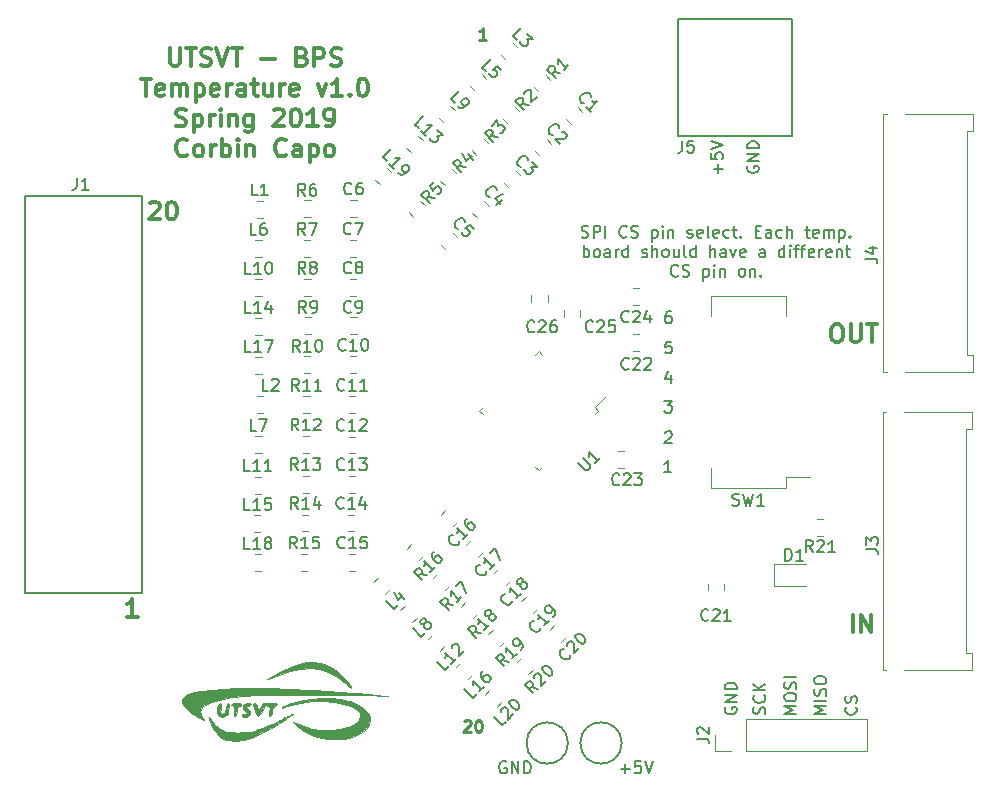
<source format=gbr>
%TF.GenerationSoftware,KiCad,Pcbnew,(5.0.0)*%
%TF.CreationDate,2019-02-02T21:11:36-06:00*%
%TF.ProjectId,BPSTemperature,42505354656D70657261747572652E6B,rev?*%
%TF.SameCoordinates,Original*%
%TF.FileFunction,Legend,Top*%
%TF.FilePolarity,Positive*%
%FSLAX46Y46*%
G04 Gerber Fmt 4.6, Leading zero omitted, Abs format (unit mm)*
G04 Created by KiCad (PCBNEW (5.0.0)) date 02/02/19 21:11:36*
%MOMM*%
%LPD*%
G01*
G04 APERTURE LIST*
%ADD10C,0.150000*%
%ADD11C,0.300000*%
%ADD12C,0.248000*%
%ADD13C,0.120000*%
%ADD14C,0.010000*%
G04 APERTURE END LIST*
D10*
X114900000Y-82536904D02*
X114852380Y-82632142D01*
X114852380Y-82775000D01*
X114900000Y-82917857D01*
X114995238Y-83013095D01*
X115090476Y-83060714D01*
X115280952Y-83108333D01*
X115423809Y-83108333D01*
X115614285Y-83060714D01*
X115709523Y-83013095D01*
X115804761Y-82917857D01*
X115852380Y-82775000D01*
X115852380Y-82679761D01*
X115804761Y-82536904D01*
X115757142Y-82489285D01*
X115423809Y-82489285D01*
X115423809Y-82679761D01*
X115852380Y-82060714D02*
X114852380Y-82060714D01*
X115852380Y-81489285D01*
X114852380Y-81489285D01*
X115852380Y-81013095D02*
X114852380Y-81013095D01*
X114852380Y-80775000D01*
X114900000Y-80632142D01*
X114995238Y-80536904D01*
X115090476Y-80489285D01*
X115280952Y-80441666D01*
X115423809Y-80441666D01*
X115614285Y-80489285D01*
X115709523Y-80536904D01*
X115804761Y-80632142D01*
X115852380Y-80775000D01*
X115852380Y-81013095D01*
X112396428Y-83135714D02*
X112396428Y-82373809D01*
X112777380Y-82754761D02*
X112015476Y-82754761D01*
X111777380Y-81421428D02*
X111777380Y-81897619D01*
X112253571Y-81945238D01*
X112205952Y-81897619D01*
X112158333Y-81802380D01*
X112158333Y-81564285D01*
X112205952Y-81469047D01*
X112253571Y-81421428D01*
X112348809Y-81373809D01*
X112586904Y-81373809D01*
X112682142Y-81421428D01*
X112729761Y-81469047D01*
X112777380Y-81564285D01*
X112777380Y-81802380D01*
X112729761Y-81897619D01*
X112682142Y-81945238D01*
X111777380Y-81088095D02*
X112777380Y-80754761D01*
X111777380Y-80421428D01*
X124032142Y-128341666D02*
X124079761Y-128389285D01*
X124127380Y-128532142D01*
X124127380Y-128627380D01*
X124079761Y-128770238D01*
X123984523Y-128865476D01*
X123889285Y-128913095D01*
X123698809Y-128960714D01*
X123555952Y-128960714D01*
X123365476Y-128913095D01*
X123270238Y-128865476D01*
X123175000Y-128770238D01*
X123127380Y-128627380D01*
X123127380Y-128532142D01*
X123175000Y-128389285D01*
X123222619Y-128341666D01*
X124079761Y-127960714D02*
X124127380Y-127817857D01*
X124127380Y-127579761D01*
X124079761Y-127484523D01*
X124032142Y-127436904D01*
X123936904Y-127389285D01*
X123841666Y-127389285D01*
X123746428Y-127436904D01*
X123698809Y-127484523D01*
X123651190Y-127579761D01*
X123603571Y-127770238D01*
X123555952Y-127865476D01*
X123508333Y-127913095D01*
X123413095Y-127960714D01*
X123317857Y-127960714D01*
X123222619Y-127913095D01*
X123175000Y-127865476D01*
X123127380Y-127770238D01*
X123127380Y-127532142D01*
X123175000Y-127389285D01*
X121527380Y-128921428D02*
X120527380Y-128921428D01*
X121241666Y-128588095D01*
X120527380Y-128254761D01*
X121527380Y-128254761D01*
X121527380Y-127778571D02*
X120527380Y-127778571D01*
X121479761Y-127350000D02*
X121527380Y-127207142D01*
X121527380Y-126969047D01*
X121479761Y-126873809D01*
X121432142Y-126826190D01*
X121336904Y-126778571D01*
X121241666Y-126778571D01*
X121146428Y-126826190D01*
X121098809Y-126873809D01*
X121051190Y-126969047D01*
X121003571Y-127159523D01*
X120955952Y-127254761D01*
X120908333Y-127302380D01*
X120813095Y-127350000D01*
X120717857Y-127350000D01*
X120622619Y-127302380D01*
X120575000Y-127254761D01*
X120527380Y-127159523D01*
X120527380Y-126921428D01*
X120575000Y-126778571D01*
X120527380Y-126159523D02*
X120527380Y-125969047D01*
X120575000Y-125873809D01*
X120670238Y-125778571D01*
X120860714Y-125730952D01*
X121194047Y-125730952D01*
X121384523Y-125778571D01*
X121479761Y-125873809D01*
X121527380Y-125969047D01*
X121527380Y-126159523D01*
X121479761Y-126254761D01*
X121384523Y-126350000D01*
X121194047Y-126397619D01*
X120860714Y-126397619D01*
X120670238Y-126350000D01*
X120575000Y-126254761D01*
X120527380Y-126159523D01*
X119002380Y-128921428D02*
X118002380Y-128921428D01*
X118716666Y-128588095D01*
X118002380Y-128254761D01*
X119002380Y-128254761D01*
X118002380Y-127588095D02*
X118002380Y-127397619D01*
X118050000Y-127302380D01*
X118145238Y-127207142D01*
X118335714Y-127159523D01*
X118669047Y-127159523D01*
X118859523Y-127207142D01*
X118954761Y-127302380D01*
X119002380Y-127397619D01*
X119002380Y-127588095D01*
X118954761Y-127683333D01*
X118859523Y-127778571D01*
X118669047Y-127826190D01*
X118335714Y-127826190D01*
X118145238Y-127778571D01*
X118050000Y-127683333D01*
X118002380Y-127588095D01*
X118954761Y-126778571D02*
X119002380Y-126635714D01*
X119002380Y-126397619D01*
X118954761Y-126302380D01*
X118907142Y-126254761D01*
X118811904Y-126207142D01*
X118716666Y-126207142D01*
X118621428Y-126254761D01*
X118573809Y-126302380D01*
X118526190Y-126397619D01*
X118478571Y-126588095D01*
X118430952Y-126683333D01*
X118383333Y-126730952D01*
X118288095Y-126778571D01*
X118192857Y-126778571D01*
X118097619Y-126730952D01*
X118050000Y-126683333D01*
X118002380Y-126588095D01*
X118002380Y-126350000D01*
X118050000Y-126207142D01*
X119002380Y-125778571D02*
X118002380Y-125778571D01*
X116329761Y-128910714D02*
X116377380Y-128767857D01*
X116377380Y-128529761D01*
X116329761Y-128434523D01*
X116282142Y-128386904D01*
X116186904Y-128339285D01*
X116091666Y-128339285D01*
X115996428Y-128386904D01*
X115948809Y-128434523D01*
X115901190Y-128529761D01*
X115853571Y-128720238D01*
X115805952Y-128815476D01*
X115758333Y-128863095D01*
X115663095Y-128910714D01*
X115567857Y-128910714D01*
X115472619Y-128863095D01*
X115425000Y-128815476D01*
X115377380Y-128720238D01*
X115377380Y-128482142D01*
X115425000Y-128339285D01*
X116282142Y-127339285D02*
X116329761Y-127386904D01*
X116377380Y-127529761D01*
X116377380Y-127625000D01*
X116329761Y-127767857D01*
X116234523Y-127863095D01*
X116139285Y-127910714D01*
X115948809Y-127958333D01*
X115805952Y-127958333D01*
X115615476Y-127910714D01*
X115520238Y-127863095D01*
X115425000Y-127767857D01*
X115377380Y-127625000D01*
X115377380Y-127529761D01*
X115425000Y-127386904D01*
X115472619Y-127339285D01*
X116377380Y-126910714D02*
X115377380Y-126910714D01*
X116377380Y-126339285D02*
X115805952Y-126767857D01*
X115377380Y-126339285D02*
X115948809Y-126910714D01*
X113000000Y-128361904D02*
X112952380Y-128457142D01*
X112952380Y-128600000D01*
X113000000Y-128742857D01*
X113095238Y-128838095D01*
X113190476Y-128885714D01*
X113380952Y-128933333D01*
X113523809Y-128933333D01*
X113714285Y-128885714D01*
X113809523Y-128838095D01*
X113904761Y-128742857D01*
X113952380Y-128600000D01*
X113952380Y-128504761D01*
X113904761Y-128361904D01*
X113857142Y-128314285D01*
X113523809Y-128314285D01*
X113523809Y-128504761D01*
X113952380Y-127885714D02*
X112952380Y-127885714D01*
X113952380Y-127314285D01*
X112952380Y-127314285D01*
X113952380Y-126838095D02*
X112952380Y-126838095D01*
X112952380Y-126600000D01*
X113000000Y-126457142D01*
X113095238Y-126361904D01*
X113190476Y-126314285D01*
X113380952Y-126266666D01*
X113523809Y-126266666D01*
X113714285Y-126314285D01*
X113809523Y-126361904D01*
X113904761Y-126457142D01*
X113952380Y-126600000D01*
X113952380Y-126838095D01*
X108370476Y-94822380D02*
X108180000Y-94822380D01*
X108084761Y-94870000D01*
X108037142Y-94917619D01*
X107941904Y-95060476D01*
X107894285Y-95250952D01*
X107894285Y-95631904D01*
X107941904Y-95727142D01*
X107989523Y-95774761D01*
X108084761Y-95822380D01*
X108275238Y-95822380D01*
X108370476Y-95774761D01*
X108418095Y-95727142D01*
X108465714Y-95631904D01*
X108465714Y-95393809D01*
X108418095Y-95298571D01*
X108370476Y-95250952D01*
X108275238Y-95203333D01*
X108084761Y-95203333D01*
X107989523Y-95250952D01*
X107941904Y-95298571D01*
X107894285Y-95393809D01*
X108418095Y-97382380D02*
X107941904Y-97382380D01*
X107894285Y-97858571D01*
X107941904Y-97810952D01*
X108037142Y-97763333D01*
X108275238Y-97763333D01*
X108370476Y-97810952D01*
X108418095Y-97858571D01*
X108465714Y-97953809D01*
X108465714Y-98191904D01*
X108418095Y-98287142D01*
X108370476Y-98334761D01*
X108275238Y-98382380D01*
X108037142Y-98382380D01*
X107941904Y-98334761D01*
X107894285Y-98287142D01*
X108370476Y-100255714D02*
X108370476Y-100922380D01*
X108132380Y-99874761D02*
X107894285Y-100589047D01*
X108513333Y-100589047D01*
X107846666Y-102392380D02*
X108465714Y-102392380D01*
X108132380Y-102773333D01*
X108275238Y-102773333D01*
X108370476Y-102820952D01*
X108418095Y-102868571D01*
X108465714Y-102963809D01*
X108465714Y-103201904D01*
X108418095Y-103297142D01*
X108370476Y-103344761D01*
X108275238Y-103392380D01*
X107989523Y-103392380D01*
X107894285Y-103344761D01*
X107846666Y-103297142D01*
X107894285Y-105087619D02*
X107941904Y-105040000D01*
X108037142Y-104992380D01*
X108275238Y-104992380D01*
X108370476Y-105040000D01*
X108418095Y-105087619D01*
X108465714Y-105182857D01*
X108465714Y-105278095D01*
X108418095Y-105420952D01*
X107846666Y-105992380D01*
X108465714Y-105992380D01*
X108415714Y-108442380D02*
X107844285Y-108442380D01*
X108130000Y-108442380D02*
X108130000Y-107442380D01*
X108034761Y-107585238D01*
X107939523Y-107680476D01*
X107844285Y-107728095D01*
X100839047Y-88534761D02*
X100981904Y-88582380D01*
X101220000Y-88582380D01*
X101315238Y-88534761D01*
X101362857Y-88487142D01*
X101410476Y-88391904D01*
X101410476Y-88296666D01*
X101362857Y-88201428D01*
X101315238Y-88153809D01*
X101220000Y-88106190D01*
X101029523Y-88058571D01*
X100934285Y-88010952D01*
X100886666Y-87963333D01*
X100839047Y-87868095D01*
X100839047Y-87772857D01*
X100886666Y-87677619D01*
X100934285Y-87630000D01*
X101029523Y-87582380D01*
X101267619Y-87582380D01*
X101410476Y-87630000D01*
X101839047Y-88582380D02*
X101839047Y-87582380D01*
X102220000Y-87582380D01*
X102315238Y-87630000D01*
X102362857Y-87677619D01*
X102410476Y-87772857D01*
X102410476Y-87915714D01*
X102362857Y-88010952D01*
X102315238Y-88058571D01*
X102220000Y-88106190D01*
X101839047Y-88106190D01*
X102839047Y-88582380D02*
X102839047Y-87582380D01*
X104648571Y-88487142D02*
X104600952Y-88534761D01*
X104458095Y-88582380D01*
X104362857Y-88582380D01*
X104220000Y-88534761D01*
X104124761Y-88439523D01*
X104077142Y-88344285D01*
X104029523Y-88153809D01*
X104029523Y-88010952D01*
X104077142Y-87820476D01*
X104124761Y-87725238D01*
X104220000Y-87630000D01*
X104362857Y-87582380D01*
X104458095Y-87582380D01*
X104600952Y-87630000D01*
X104648571Y-87677619D01*
X105029523Y-88534761D02*
X105172380Y-88582380D01*
X105410476Y-88582380D01*
X105505714Y-88534761D01*
X105553333Y-88487142D01*
X105600952Y-88391904D01*
X105600952Y-88296666D01*
X105553333Y-88201428D01*
X105505714Y-88153809D01*
X105410476Y-88106190D01*
X105220000Y-88058571D01*
X105124761Y-88010952D01*
X105077142Y-87963333D01*
X105029523Y-87868095D01*
X105029523Y-87772857D01*
X105077142Y-87677619D01*
X105124761Y-87630000D01*
X105220000Y-87582380D01*
X105458095Y-87582380D01*
X105600952Y-87630000D01*
X106791428Y-87915714D02*
X106791428Y-88915714D01*
X106791428Y-87963333D02*
X106886666Y-87915714D01*
X107077142Y-87915714D01*
X107172380Y-87963333D01*
X107220000Y-88010952D01*
X107267619Y-88106190D01*
X107267619Y-88391904D01*
X107220000Y-88487142D01*
X107172380Y-88534761D01*
X107077142Y-88582380D01*
X106886666Y-88582380D01*
X106791428Y-88534761D01*
X107696190Y-88582380D02*
X107696190Y-87915714D01*
X107696190Y-87582380D02*
X107648571Y-87630000D01*
X107696190Y-87677619D01*
X107743809Y-87630000D01*
X107696190Y-87582380D01*
X107696190Y-87677619D01*
X108172380Y-87915714D02*
X108172380Y-88582380D01*
X108172380Y-88010952D02*
X108220000Y-87963333D01*
X108315238Y-87915714D01*
X108458095Y-87915714D01*
X108553333Y-87963333D01*
X108600952Y-88058571D01*
X108600952Y-88582380D01*
X109791428Y-88534761D02*
X109886666Y-88582380D01*
X110077142Y-88582380D01*
X110172380Y-88534761D01*
X110220000Y-88439523D01*
X110220000Y-88391904D01*
X110172380Y-88296666D01*
X110077142Y-88249047D01*
X109934285Y-88249047D01*
X109839047Y-88201428D01*
X109791428Y-88106190D01*
X109791428Y-88058571D01*
X109839047Y-87963333D01*
X109934285Y-87915714D01*
X110077142Y-87915714D01*
X110172380Y-87963333D01*
X111029523Y-88534761D02*
X110934285Y-88582380D01*
X110743809Y-88582380D01*
X110648571Y-88534761D01*
X110600952Y-88439523D01*
X110600952Y-88058571D01*
X110648571Y-87963333D01*
X110743809Y-87915714D01*
X110934285Y-87915714D01*
X111029523Y-87963333D01*
X111077142Y-88058571D01*
X111077142Y-88153809D01*
X110600952Y-88249047D01*
X111648571Y-88582380D02*
X111553333Y-88534761D01*
X111505714Y-88439523D01*
X111505714Y-87582380D01*
X112410476Y-88534761D02*
X112315238Y-88582380D01*
X112124761Y-88582380D01*
X112029523Y-88534761D01*
X111981904Y-88439523D01*
X111981904Y-88058571D01*
X112029523Y-87963333D01*
X112124761Y-87915714D01*
X112315238Y-87915714D01*
X112410476Y-87963333D01*
X112458095Y-88058571D01*
X112458095Y-88153809D01*
X111981904Y-88249047D01*
X113315238Y-88534761D02*
X113220000Y-88582380D01*
X113029523Y-88582380D01*
X112934285Y-88534761D01*
X112886666Y-88487142D01*
X112839047Y-88391904D01*
X112839047Y-88106190D01*
X112886666Y-88010952D01*
X112934285Y-87963333D01*
X113029523Y-87915714D01*
X113220000Y-87915714D01*
X113315238Y-87963333D01*
X113600952Y-87915714D02*
X113981904Y-87915714D01*
X113743809Y-87582380D02*
X113743809Y-88439523D01*
X113791428Y-88534761D01*
X113886666Y-88582380D01*
X113981904Y-88582380D01*
X114315238Y-88487142D02*
X114362857Y-88534761D01*
X114315238Y-88582380D01*
X114267619Y-88534761D01*
X114315238Y-88487142D01*
X114315238Y-88582380D01*
X115553333Y-88058571D02*
X115886666Y-88058571D01*
X116029523Y-88582380D02*
X115553333Y-88582380D01*
X115553333Y-87582380D01*
X116029523Y-87582380D01*
X116886666Y-88582380D02*
X116886666Y-88058571D01*
X116839047Y-87963333D01*
X116743809Y-87915714D01*
X116553333Y-87915714D01*
X116458095Y-87963333D01*
X116886666Y-88534761D02*
X116791428Y-88582380D01*
X116553333Y-88582380D01*
X116458095Y-88534761D01*
X116410476Y-88439523D01*
X116410476Y-88344285D01*
X116458095Y-88249047D01*
X116553333Y-88201428D01*
X116791428Y-88201428D01*
X116886666Y-88153809D01*
X117791428Y-88534761D02*
X117696190Y-88582380D01*
X117505714Y-88582380D01*
X117410476Y-88534761D01*
X117362857Y-88487142D01*
X117315238Y-88391904D01*
X117315238Y-88106190D01*
X117362857Y-88010952D01*
X117410476Y-87963333D01*
X117505714Y-87915714D01*
X117696190Y-87915714D01*
X117791428Y-87963333D01*
X118220000Y-88582380D02*
X118220000Y-87582380D01*
X118648571Y-88582380D02*
X118648571Y-88058571D01*
X118600952Y-87963333D01*
X118505714Y-87915714D01*
X118362857Y-87915714D01*
X118267619Y-87963333D01*
X118220000Y-88010952D01*
X119743809Y-87915714D02*
X120124761Y-87915714D01*
X119886666Y-87582380D02*
X119886666Y-88439523D01*
X119934285Y-88534761D01*
X120029523Y-88582380D01*
X120124761Y-88582380D01*
X120839047Y-88534761D02*
X120743809Y-88582380D01*
X120553333Y-88582380D01*
X120458095Y-88534761D01*
X120410476Y-88439523D01*
X120410476Y-88058571D01*
X120458095Y-87963333D01*
X120553333Y-87915714D01*
X120743809Y-87915714D01*
X120839047Y-87963333D01*
X120886666Y-88058571D01*
X120886666Y-88153809D01*
X120410476Y-88249047D01*
X121315238Y-88582380D02*
X121315238Y-87915714D01*
X121315238Y-88010952D02*
X121362857Y-87963333D01*
X121458095Y-87915714D01*
X121600952Y-87915714D01*
X121696190Y-87963333D01*
X121743809Y-88058571D01*
X121743809Y-88582380D01*
X121743809Y-88058571D02*
X121791428Y-87963333D01*
X121886666Y-87915714D01*
X122029523Y-87915714D01*
X122124761Y-87963333D01*
X122172380Y-88058571D01*
X122172380Y-88582380D01*
X122648571Y-87915714D02*
X122648571Y-88915714D01*
X122648571Y-87963333D02*
X122743809Y-87915714D01*
X122934285Y-87915714D01*
X123029523Y-87963333D01*
X123077142Y-88010952D01*
X123124761Y-88106190D01*
X123124761Y-88391904D01*
X123077142Y-88487142D01*
X123029523Y-88534761D01*
X122934285Y-88582380D01*
X122743809Y-88582380D01*
X122648571Y-88534761D01*
X123553333Y-88487142D02*
X123600952Y-88534761D01*
X123553333Y-88582380D01*
X123505714Y-88534761D01*
X123553333Y-88487142D01*
X123553333Y-88582380D01*
X101005714Y-90232380D02*
X101005714Y-89232380D01*
X101005714Y-89613333D02*
X101100952Y-89565714D01*
X101291428Y-89565714D01*
X101386666Y-89613333D01*
X101434285Y-89660952D01*
X101481904Y-89756190D01*
X101481904Y-90041904D01*
X101434285Y-90137142D01*
X101386666Y-90184761D01*
X101291428Y-90232380D01*
X101100952Y-90232380D01*
X101005714Y-90184761D01*
X102053333Y-90232380D02*
X101958095Y-90184761D01*
X101910476Y-90137142D01*
X101862857Y-90041904D01*
X101862857Y-89756190D01*
X101910476Y-89660952D01*
X101958095Y-89613333D01*
X102053333Y-89565714D01*
X102196190Y-89565714D01*
X102291428Y-89613333D01*
X102339047Y-89660952D01*
X102386666Y-89756190D01*
X102386666Y-90041904D01*
X102339047Y-90137142D01*
X102291428Y-90184761D01*
X102196190Y-90232380D01*
X102053333Y-90232380D01*
X103243809Y-90232380D02*
X103243809Y-89708571D01*
X103196190Y-89613333D01*
X103100952Y-89565714D01*
X102910476Y-89565714D01*
X102815238Y-89613333D01*
X103243809Y-90184761D02*
X103148571Y-90232380D01*
X102910476Y-90232380D01*
X102815238Y-90184761D01*
X102767619Y-90089523D01*
X102767619Y-89994285D01*
X102815238Y-89899047D01*
X102910476Y-89851428D01*
X103148571Y-89851428D01*
X103243809Y-89803809D01*
X103720000Y-90232380D02*
X103720000Y-89565714D01*
X103720000Y-89756190D02*
X103767619Y-89660952D01*
X103815238Y-89613333D01*
X103910476Y-89565714D01*
X104005714Y-89565714D01*
X104767619Y-90232380D02*
X104767619Y-89232380D01*
X104767619Y-90184761D02*
X104672380Y-90232380D01*
X104481904Y-90232380D01*
X104386666Y-90184761D01*
X104339047Y-90137142D01*
X104291428Y-90041904D01*
X104291428Y-89756190D01*
X104339047Y-89660952D01*
X104386666Y-89613333D01*
X104481904Y-89565714D01*
X104672380Y-89565714D01*
X104767619Y-89613333D01*
X105958095Y-90184761D02*
X106053333Y-90232380D01*
X106243809Y-90232380D01*
X106339047Y-90184761D01*
X106386666Y-90089523D01*
X106386666Y-90041904D01*
X106339047Y-89946666D01*
X106243809Y-89899047D01*
X106100952Y-89899047D01*
X106005714Y-89851428D01*
X105958095Y-89756190D01*
X105958095Y-89708571D01*
X106005714Y-89613333D01*
X106100952Y-89565714D01*
X106243809Y-89565714D01*
X106339047Y-89613333D01*
X106815238Y-90232380D02*
X106815238Y-89232380D01*
X107243809Y-90232380D02*
X107243809Y-89708571D01*
X107196190Y-89613333D01*
X107100952Y-89565714D01*
X106958095Y-89565714D01*
X106862857Y-89613333D01*
X106815238Y-89660952D01*
X107862857Y-90232380D02*
X107767619Y-90184761D01*
X107720000Y-90137142D01*
X107672380Y-90041904D01*
X107672380Y-89756190D01*
X107720000Y-89660952D01*
X107767619Y-89613333D01*
X107862857Y-89565714D01*
X108005714Y-89565714D01*
X108100952Y-89613333D01*
X108148571Y-89660952D01*
X108196190Y-89756190D01*
X108196190Y-90041904D01*
X108148571Y-90137142D01*
X108100952Y-90184761D01*
X108005714Y-90232380D01*
X107862857Y-90232380D01*
X109053333Y-89565714D02*
X109053333Y-90232380D01*
X108624761Y-89565714D02*
X108624761Y-90089523D01*
X108672380Y-90184761D01*
X108767619Y-90232380D01*
X108910476Y-90232380D01*
X109005714Y-90184761D01*
X109053333Y-90137142D01*
X109672380Y-90232380D02*
X109577142Y-90184761D01*
X109529523Y-90089523D01*
X109529523Y-89232380D01*
X110481904Y-90232380D02*
X110481904Y-89232380D01*
X110481904Y-90184761D02*
X110386666Y-90232380D01*
X110196190Y-90232380D01*
X110100952Y-90184761D01*
X110053333Y-90137142D01*
X110005714Y-90041904D01*
X110005714Y-89756190D01*
X110053333Y-89660952D01*
X110100952Y-89613333D01*
X110196190Y-89565714D01*
X110386666Y-89565714D01*
X110481904Y-89613333D01*
X111720000Y-90232380D02*
X111720000Y-89232380D01*
X112148571Y-90232380D02*
X112148571Y-89708571D01*
X112100952Y-89613333D01*
X112005714Y-89565714D01*
X111862857Y-89565714D01*
X111767619Y-89613333D01*
X111720000Y-89660952D01*
X113053333Y-90232380D02*
X113053333Y-89708571D01*
X113005714Y-89613333D01*
X112910476Y-89565714D01*
X112720000Y-89565714D01*
X112624761Y-89613333D01*
X113053333Y-90184761D02*
X112958095Y-90232380D01*
X112720000Y-90232380D01*
X112624761Y-90184761D01*
X112577142Y-90089523D01*
X112577142Y-89994285D01*
X112624761Y-89899047D01*
X112720000Y-89851428D01*
X112958095Y-89851428D01*
X113053333Y-89803809D01*
X113434285Y-89565714D02*
X113672380Y-90232380D01*
X113910476Y-89565714D01*
X114672380Y-90184761D02*
X114577142Y-90232380D01*
X114386666Y-90232380D01*
X114291428Y-90184761D01*
X114243809Y-90089523D01*
X114243809Y-89708571D01*
X114291428Y-89613333D01*
X114386666Y-89565714D01*
X114577142Y-89565714D01*
X114672380Y-89613333D01*
X114720000Y-89708571D01*
X114720000Y-89803809D01*
X114243809Y-89899047D01*
X116339047Y-90232380D02*
X116339047Y-89708571D01*
X116291428Y-89613333D01*
X116196190Y-89565714D01*
X116005714Y-89565714D01*
X115910476Y-89613333D01*
X116339047Y-90184761D02*
X116243809Y-90232380D01*
X116005714Y-90232380D01*
X115910476Y-90184761D01*
X115862857Y-90089523D01*
X115862857Y-89994285D01*
X115910476Y-89899047D01*
X116005714Y-89851428D01*
X116243809Y-89851428D01*
X116339047Y-89803809D01*
X118005714Y-90232380D02*
X118005714Y-89232380D01*
X118005714Y-90184761D02*
X117910476Y-90232380D01*
X117720000Y-90232380D01*
X117624761Y-90184761D01*
X117577142Y-90137142D01*
X117529523Y-90041904D01*
X117529523Y-89756190D01*
X117577142Y-89660952D01*
X117624761Y-89613333D01*
X117720000Y-89565714D01*
X117910476Y-89565714D01*
X118005714Y-89613333D01*
X118481904Y-90232380D02*
X118481904Y-89565714D01*
X118481904Y-89232380D02*
X118434285Y-89280000D01*
X118481904Y-89327619D01*
X118529523Y-89280000D01*
X118481904Y-89232380D01*
X118481904Y-89327619D01*
X118815238Y-89565714D02*
X119196190Y-89565714D01*
X118958095Y-90232380D02*
X118958095Y-89375238D01*
X119005714Y-89280000D01*
X119100952Y-89232380D01*
X119196190Y-89232380D01*
X119386666Y-89565714D02*
X119767619Y-89565714D01*
X119529523Y-90232380D02*
X119529523Y-89375238D01*
X119577142Y-89280000D01*
X119672380Y-89232380D01*
X119767619Y-89232380D01*
X120481904Y-90184761D02*
X120386666Y-90232380D01*
X120196190Y-90232380D01*
X120100952Y-90184761D01*
X120053333Y-90089523D01*
X120053333Y-89708571D01*
X120100952Y-89613333D01*
X120196190Y-89565714D01*
X120386666Y-89565714D01*
X120481904Y-89613333D01*
X120529523Y-89708571D01*
X120529523Y-89803809D01*
X120053333Y-89899047D01*
X120958095Y-90232380D02*
X120958095Y-89565714D01*
X120958095Y-89756190D02*
X121005714Y-89660952D01*
X121053333Y-89613333D01*
X121148571Y-89565714D01*
X121243809Y-89565714D01*
X121958095Y-90184761D02*
X121862857Y-90232380D01*
X121672380Y-90232380D01*
X121577142Y-90184761D01*
X121529523Y-90089523D01*
X121529523Y-89708571D01*
X121577142Y-89613333D01*
X121672380Y-89565714D01*
X121862857Y-89565714D01*
X121958095Y-89613333D01*
X122005714Y-89708571D01*
X122005714Y-89803809D01*
X121529523Y-89899047D01*
X122434285Y-89565714D02*
X122434285Y-90232380D01*
X122434285Y-89660952D02*
X122481904Y-89613333D01*
X122577142Y-89565714D01*
X122720000Y-89565714D01*
X122815238Y-89613333D01*
X122862857Y-89708571D01*
X122862857Y-90232380D01*
X123196190Y-89565714D02*
X123577142Y-89565714D01*
X123339047Y-89232380D02*
X123339047Y-90089523D01*
X123386666Y-90184761D01*
X123481904Y-90232380D01*
X123577142Y-90232380D01*
X109005714Y-91787142D02*
X108958095Y-91834761D01*
X108815238Y-91882380D01*
X108720000Y-91882380D01*
X108577142Y-91834761D01*
X108481904Y-91739523D01*
X108434285Y-91644285D01*
X108386666Y-91453809D01*
X108386666Y-91310952D01*
X108434285Y-91120476D01*
X108481904Y-91025238D01*
X108577142Y-90930000D01*
X108720000Y-90882380D01*
X108815238Y-90882380D01*
X108958095Y-90930000D01*
X109005714Y-90977619D01*
X109386666Y-91834761D02*
X109529523Y-91882380D01*
X109767619Y-91882380D01*
X109862857Y-91834761D01*
X109910476Y-91787142D01*
X109958095Y-91691904D01*
X109958095Y-91596666D01*
X109910476Y-91501428D01*
X109862857Y-91453809D01*
X109767619Y-91406190D01*
X109577142Y-91358571D01*
X109481904Y-91310952D01*
X109434285Y-91263333D01*
X109386666Y-91168095D01*
X109386666Y-91072857D01*
X109434285Y-90977619D01*
X109481904Y-90930000D01*
X109577142Y-90882380D01*
X109815238Y-90882380D01*
X109958095Y-90930000D01*
X111148571Y-91215714D02*
X111148571Y-92215714D01*
X111148571Y-91263333D02*
X111243809Y-91215714D01*
X111434285Y-91215714D01*
X111529523Y-91263333D01*
X111577142Y-91310952D01*
X111624761Y-91406190D01*
X111624761Y-91691904D01*
X111577142Y-91787142D01*
X111529523Y-91834761D01*
X111434285Y-91882380D01*
X111243809Y-91882380D01*
X111148571Y-91834761D01*
X112053333Y-91882380D02*
X112053333Y-91215714D01*
X112053333Y-90882380D02*
X112005714Y-90930000D01*
X112053333Y-90977619D01*
X112100952Y-90930000D01*
X112053333Y-90882380D01*
X112053333Y-90977619D01*
X112529523Y-91215714D02*
X112529523Y-91882380D01*
X112529523Y-91310952D02*
X112577142Y-91263333D01*
X112672380Y-91215714D01*
X112815238Y-91215714D01*
X112910476Y-91263333D01*
X112958095Y-91358571D01*
X112958095Y-91882380D01*
X114339047Y-91882380D02*
X114243809Y-91834761D01*
X114196190Y-91787142D01*
X114148571Y-91691904D01*
X114148571Y-91406190D01*
X114196190Y-91310952D01*
X114243809Y-91263333D01*
X114339047Y-91215714D01*
X114481904Y-91215714D01*
X114577142Y-91263333D01*
X114624761Y-91310952D01*
X114672380Y-91406190D01*
X114672380Y-91691904D01*
X114624761Y-91787142D01*
X114577142Y-91834761D01*
X114481904Y-91882380D01*
X114339047Y-91882380D01*
X115100952Y-91215714D02*
X115100952Y-91882380D01*
X115100952Y-91310952D02*
X115148571Y-91263333D01*
X115243809Y-91215714D01*
X115386666Y-91215714D01*
X115481904Y-91263333D01*
X115529523Y-91358571D01*
X115529523Y-91882380D01*
X116005714Y-91787142D02*
X116053333Y-91834761D01*
X116005714Y-91882380D01*
X115958095Y-91834761D01*
X116005714Y-91787142D01*
X116005714Y-91882380D01*
D11*
X122320000Y-95928571D02*
X122605714Y-95928571D01*
X122748571Y-96000000D01*
X122891428Y-96142857D01*
X122962857Y-96428571D01*
X122962857Y-96928571D01*
X122891428Y-97214285D01*
X122748571Y-97357142D01*
X122605714Y-97428571D01*
X122320000Y-97428571D01*
X122177142Y-97357142D01*
X122034285Y-97214285D01*
X121962857Y-96928571D01*
X121962857Y-96428571D01*
X122034285Y-96142857D01*
X122177142Y-96000000D01*
X122320000Y-95928571D01*
X123605714Y-95928571D02*
X123605714Y-97142857D01*
X123677142Y-97285714D01*
X123748571Y-97357142D01*
X123891428Y-97428571D01*
X124177142Y-97428571D01*
X124320000Y-97357142D01*
X124391428Y-97285714D01*
X124462857Y-97142857D01*
X124462857Y-95928571D01*
X124962857Y-95928571D02*
X125820000Y-95928571D01*
X125391428Y-97428571D02*
X125391428Y-95928571D01*
X123774285Y-122008571D02*
X123774285Y-120508571D01*
X124488571Y-122008571D02*
X124488571Y-120508571D01*
X125345714Y-122008571D01*
X125345714Y-120508571D01*
X65975714Y-72563571D02*
X65975714Y-73777857D01*
X66047142Y-73920714D01*
X66118571Y-73992142D01*
X66261428Y-74063571D01*
X66547142Y-74063571D01*
X66690000Y-73992142D01*
X66761428Y-73920714D01*
X66832857Y-73777857D01*
X66832857Y-72563571D01*
X67332857Y-72563571D02*
X68190000Y-72563571D01*
X67761428Y-74063571D02*
X67761428Y-72563571D01*
X68618571Y-73992142D02*
X68832857Y-74063571D01*
X69190000Y-74063571D01*
X69332857Y-73992142D01*
X69404285Y-73920714D01*
X69475714Y-73777857D01*
X69475714Y-73635000D01*
X69404285Y-73492142D01*
X69332857Y-73420714D01*
X69190000Y-73349285D01*
X68904285Y-73277857D01*
X68761428Y-73206428D01*
X68690000Y-73135000D01*
X68618571Y-72992142D01*
X68618571Y-72849285D01*
X68690000Y-72706428D01*
X68761428Y-72635000D01*
X68904285Y-72563571D01*
X69261428Y-72563571D01*
X69475714Y-72635000D01*
X69904285Y-72563571D02*
X70404285Y-74063571D01*
X70904285Y-72563571D01*
X71190000Y-72563571D02*
X72047142Y-72563571D01*
X71618571Y-74063571D02*
X71618571Y-72563571D01*
X73690000Y-73492142D02*
X74832857Y-73492142D01*
X77190000Y-73277857D02*
X77404285Y-73349285D01*
X77475714Y-73420714D01*
X77547142Y-73563571D01*
X77547142Y-73777857D01*
X77475714Y-73920714D01*
X77404285Y-73992142D01*
X77261428Y-74063571D01*
X76690000Y-74063571D01*
X76690000Y-72563571D01*
X77190000Y-72563571D01*
X77332857Y-72635000D01*
X77404285Y-72706428D01*
X77475714Y-72849285D01*
X77475714Y-72992142D01*
X77404285Y-73135000D01*
X77332857Y-73206428D01*
X77190000Y-73277857D01*
X76690000Y-73277857D01*
X78190000Y-74063571D02*
X78190000Y-72563571D01*
X78761428Y-72563571D01*
X78904285Y-72635000D01*
X78975714Y-72706428D01*
X79047142Y-72849285D01*
X79047142Y-73063571D01*
X78975714Y-73206428D01*
X78904285Y-73277857D01*
X78761428Y-73349285D01*
X78190000Y-73349285D01*
X79618571Y-73992142D02*
X79832857Y-74063571D01*
X80190000Y-74063571D01*
X80332857Y-73992142D01*
X80404285Y-73920714D01*
X80475714Y-73777857D01*
X80475714Y-73635000D01*
X80404285Y-73492142D01*
X80332857Y-73420714D01*
X80190000Y-73349285D01*
X79904285Y-73277857D01*
X79761428Y-73206428D01*
X79690000Y-73135000D01*
X79618571Y-72992142D01*
X79618571Y-72849285D01*
X79690000Y-72706428D01*
X79761428Y-72635000D01*
X79904285Y-72563571D01*
X80261428Y-72563571D01*
X80475714Y-72635000D01*
X63511428Y-75113571D02*
X64368571Y-75113571D01*
X63940000Y-76613571D02*
X63940000Y-75113571D01*
X65440000Y-76542142D02*
X65297142Y-76613571D01*
X65011428Y-76613571D01*
X64868571Y-76542142D01*
X64797142Y-76399285D01*
X64797142Y-75827857D01*
X64868571Y-75685000D01*
X65011428Y-75613571D01*
X65297142Y-75613571D01*
X65440000Y-75685000D01*
X65511428Y-75827857D01*
X65511428Y-75970714D01*
X64797142Y-76113571D01*
X66154285Y-76613571D02*
X66154285Y-75613571D01*
X66154285Y-75756428D02*
X66225714Y-75685000D01*
X66368571Y-75613571D01*
X66582857Y-75613571D01*
X66725714Y-75685000D01*
X66797142Y-75827857D01*
X66797142Y-76613571D01*
X66797142Y-75827857D02*
X66868571Y-75685000D01*
X67011428Y-75613571D01*
X67225714Y-75613571D01*
X67368571Y-75685000D01*
X67440000Y-75827857D01*
X67440000Y-76613571D01*
X68154285Y-75613571D02*
X68154285Y-77113571D01*
X68154285Y-75685000D02*
X68297142Y-75613571D01*
X68582857Y-75613571D01*
X68725714Y-75685000D01*
X68797142Y-75756428D01*
X68868571Y-75899285D01*
X68868571Y-76327857D01*
X68797142Y-76470714D01*
X68725714Y-76542142D01*
X68582857Y-76613571D01*
X68297142Y-76613571D01*
X68154285Y-76542142D01*
X70082857Y-76542142D02*
X69940000Y-76613571D01*
X69654285Y-76613571D01*
X69511428Y-76542142D01*
X69440000Y-76399285D01*
X69440000Y-75827857D01*
X69511428Y-75685000D01*
X69654285Y-75613571D01*
X69940000Y-75613571D01*
X70082857Y-75685000D01*
X70154285Y-75827857D01*
X70154285Y-75970714D01*
X69440000Y-76113571D01*
X70797142Y-76613571D02*
X70797142Y-75613571D01*
X70797142Y-75899285D02*
X70868571Y-75756428D01*
X70940000Y-75685000D01*
X71082857Y-75613571D01*
X71225714Y-75613571D01*
X72368571Y-76613571D02*
X72368571Y-75827857D01*
X72297142Y-75685000D01*
X72154285Y-75613571D01*
X71868571Y-75613571D01*
X71725714Y-75685000D01*
X72368571Y-76542142D02*
X72225714Y-76613571D01*
X71868571Y-76613571D01*
X71725714Y-76542142D01*
X71654285Y-76399285D01*
X71654285Y-76256428D01*
X71725714Y-76113571D01*
X71868571Y-76042142D01*
X72225714Y-76042142D01*
X72368571Y-75970714D01*
X72868571Y-75613571D02*
X73440000Y-75613571D01*
X73082857Y-75113571D02*
X73082857Y-76399285D01*
X73154285Y-76542142D01*
X73297142Y-76613571D01*
X73440000Y-76613571D01*
X74582857Y-75613571D02*
X74582857Y-76613571D01*
X73940000Y-75613571D02*
X73940000Y-76399285D01*
X74011428Y-76542142D01*
X74154285Y-76613571D01*
X74368571Y-76613571D01*
X74511428Y-76542142D01*
X74582857Y-76470714D01*
X75297142Y-76613571D02*
X75297142Y-75613571D01*
X75297142Y-75899285D02*
X75368571Y-75756428D01*
X75440000Y-75685000D01*
X75582857Y-75613571D01*
X75725714Y-75613571D01*
X76797142Y-76542142D02*
X76654285Y-76613571D01*
X76368571Y-76613571D01*
X76225714Y-76542142D01*
X76154285Y-76399285D01*
X76154285Y-75827857D01*
X76225714Y-75685000D01*
X76368571Y-75613571D01*
X76654285Y-75613571D01*
X76797142Y-75685000D01*
X76868571Y-75827857D01*
X76868571Y-75970714D01*
X76154285Y-76113571D01*
X78511428Y-75613571D02*
X78868571Y-76613571D01*
X79225714Y-75613571D01*
X80582857Y-76613571D02*
X79725714Y-76613571D01*
X80154285Y-76613571D02*
X80154285Y-75113571D01*
X80011428Y-75327857D01*
X79868571Y-75470714D01*
X79725714Y-75542142D01*
X81225714Y-76470714D02*
X81297142Y-76542142D01*
X81225714Y-76613571D01*
X81154285Y-76542142D01*
X81225714Y-76470714D01*
X81225714Y-76613571D01*
X82225714Y-75113571D02*
X82368571Y-75113571D01*
X82511428Y-75185000D01*
X82582857Y-75256428D01*
X82654285Y-75399285D01*
X82725714Y-75685000D01*
X82725714Y-76042142D01*
X82654285Y-76327857D01*
X82582857Y-76470714D01*
X82511428Y-76542142D01*
X82368571Y-76613571D01*
X82225714Y-76613571D01*
X82082857Y-76542142D01*
X82011428Y-76470714D01*
X81940000Y-76327857D01*
X81868571Y-76042142D01*
X81868571Y-75685000D01*
X81940000Y-75399285D01*
X82011428Y-75256428D01*
X82082857Y-75185000D01*
X82225714Y-75113571D01*
X66475714Y-79092142D02*
X66690000Y-79163571D01*
X67047142Y-79163571D01*
X67190000Y-79092142D01*
X67261428Y-79020714D01*
X67332857Y-78877857D01*
X67332857Y-78735000D01*
X67261428Y-78592142D01*
X67190000Y-78520714D01*
X67047142Y-78449285D01*
X66761428Y-78377857D01*
X66618571Y-78306428D01*
X66547142Y-78235000D01*
X66475714Y-78092142D01*
X66475714Y-77949285D01*
X66547142Y-77806428D01*
X66618571Y-77735000D01*
X66761428Y-77663571D01*
X67118571Y-77663571D01*
X67332857Y-77735000D01*
X67975714Y-78163571D02*
X67975714Y-79663571D01*
X67975714Y-78235000D02*
X68118571Y-78163571D01*
X68404285Y-78163571D01*
X68547142Y-78235000D01*
X68618571Y-78306428D01*
X68690000Y-78449285D01*
X68690000Y-78877857D01*
X68618571Y-79020714D01*
X68547142Y-79092142D01*
X68404285Y-79163571D01*
X68118571Y-79163571D01*
X67975714Y-79092142D01*
X69332857Y-79163571D02*
X69332857Y-78163571D01*
X69332857Y-78449285D02*
X69404285Y-78306428D01*
X69475714Y-78235000D01*
X69618571Y-78163571D01*
X69761428Y-78163571D01*
X70261428Y-79163571D02*
X70261428Y-78163571D01*
X70261428Y-77663571D02*
X70190000Y-77735000D01*
X70261428Y-77806428D01*
X70332857Y-77735000D01*
X70261428Y-77663571D01*
X70261428Y-77806428D01*
X70975714Y-78163571D02*
X70975714Y-79163571D01*
X70975714Y-78306428D02*
X71047142Y-78235000D01*
X71190000Y-78163571D01*
X71404285Y-78163571D01*
X71547142Y-78235000D01*
X71618571Y-78377857D01*
X71618571Y-79163571D01*
X72975714Y-78163571D02*
X72975714Y-79377857D01*
X72904285Y-79520714D01*
X72832857Y-79592142D01*
X72690000Y-79663571D01*
X72475714Y-79663571D01*
X72332857Y-79592142D01*
X72975714Y-79092142D02*
X72832857Y-79163571D01*
X72547142Y-79163571D01*
X72404285Y-79092142D01*
X72332857Y-79020714D01*
X72261428Y-78877857D01*
X72261428Y-78449285D01*
X72332857Y-78306428D01*
X72404285Y-78235000D01*
X72547142Y-78163571D01*
X72832857Y-78163571D01*
X72975714Y-78235000D01*
X74761428Y-77806428D02*
X74832857Y-77735000D01*
X74975714Y-77663571D01*
X75332857Y-77663571D01*
X75475714Y-77735000D01*
X75547142Y-77806428D01*
X75618571Y-77949285D01*
X75618571Y-78092142D01*
X75547142Y-78306428D01*
X74690000Y-79163571D01*
X75618571Y-79163571D01*
X76547142Y-77663571D02*
X76690000Y-77663571D01*
X76832857Y-77735000D01*
X76904285Y-77806428D01*
X76975714Y-77949285D01*
X77047142Y-78235000D01*
X77047142Y-78592142D01*
X76975714Y-78877857D01*
X76904285Y-79020714D01*
X76832857Y-79092142D01*
X76690000Y-79163571D01*
X76547142Y-79163571D01*
X76404285Y-79092142D01*
X76332857Y-79020714D01*
X76261428Y-78877857D01*
X76190000Y-78592142D01*
X76190000Y-78235000D01*
X76261428Y-77949285D01*
X76332857Y-77806428D01*
X76404285Y-77735000D01*
X76547142Y-77663571D01*
X78475714Y-79163571D02*
X77618571Y-79163571D01*
X78047142Y-79163571D02*
X78047142Y-77663571D01*
X77904285Y-77877857D01*
X77761428Y-78020714D01*
X77618571Y-78092142D01*
X79190000Y-79163571D02*
X79475714Y-79163571D01*
X79618571Y-79092142D01*
X79690000Y-79020714D01*
X79832857Y-78806428D01*
X79904285Y-78520714D01*
X79904285Y-77949285D01*
X79832857Y-77806428D01*
X79761428Y-77735000D01*
X79618571Y-77663571D01*
X79332857Y-77663571D01*
X79190000Y-77735000D01*
X79118571Y-77806428D01*
X79047142Y-77949285D01*
X79047142Y-78306428D01*
X79118571Y-78449285D01*
X79190000Y-78520714D01*
X79332857Y-78592142D01*
X79618571Y-78592142D01*
X79761428Y-78520714D01*
X79832857Y-78449285D01*
X79904285Y-78306428D01*
X67440000Y-81570714D02*
X67368571Y-81642142D01*
X67154285Y-81713571D01*
X67011428Y-81713571D01*
X66797142Y-81642142D01*
X66654285Y-81499285D01*
X66582857Y-81356428D01*
X66511428Y-81070714D01*
X66511428Y-80856428D01*
X66582857Y-80570714D01*
X66654285Y-80427857D01*
X66797142Y-80285000D01*
X67011428Y-80213571D01*
X67154285Y-80213571D01*
X67368571Y-80285000D01*
X67440000Y-80356428D01*
X68297142Y-81713571D02*
X68154285Y-81642142D01*
X68082857Y-81570714D01*
X68011428Y-81427857D01*
X68011428Y-80999285D01*
X68082857Y-80856428D01*
X68154285Y-80785000D01*
X68297142Y-80713571D01*
X68511428Y-80713571D01*
X68654285Y-80785000D01*
X68725714Y-80856428D01*
X68797142Y-80999285D01*
X68797142Y-81427857D01*
X68725714Y-81570714D01*
X68654285Y-81642142D01*
X68511428Y-81713571D01*
X68297142Y-81713571D01*
X69440000Y-81713571D02*
X69440000Y-80713571D01*
X69440000Y-80999285D02*
X69511428Y-80856428D01*
X69582857Y-80785000D01*
X69725714Y-80713571D01*
X69868571Y-80713571D01*
X70368571Y-81713571D02*
X70368571Y-80213571D01*
X70368571Y-80785000D02*
X70511428Y-80713571D01*
X70797142Y-80713571D01*
X70940000Y-80785000D01*
X71011428Y-80856428D01*
X71082857Y-80999285D01*
X71082857Y-81427857D01*
X71011428Y-81570714D01*
X70940000Y-81642142D01*
X70797142Y-81713571D01*
X70511428Y-81713571D01*
X70368571Y-81642142D01*
X71725714Y-81713571D02*
X71725714Y-80713571D01*
X71725714Y-80213571D02*
X71654285Y-80285000D01*
X71725714Y-80356428D01*
X71797142Y-80285000D01*
X71725714Y-80213571D01*
X71725714Y-80356428D01*
X72440000Y-80713571D02*
X72440000Y-81713571D01*
X72440000Y-80856428D02*
X72511428Y-80785000D01*
X72654285Y-80713571D01*
X72868571Y-80713571D01*
X73011428Y-80785000D01*
X73082857Y-80927857D01*
X73082857Y-81713571D01*
X75797142Y-81570714D02*
X75725714Y-81642142D01*
X75511428Y-81713571D01*
X75368571Y-81713571D01*
X75154285Y-81642142D01*
X75011428Y-81499285D01*
X74940000Y-81356428D01*
X74868571Y-81070714D01*
X74868571Y-80856428D01*
X74940000Y-80570714D01*
X75011428Y-80427857D01*
X75154285Y-80285000D01*
X75368571Y-80213571D01*
X75511428Y-80213571D01*
X75725714Y-80285000D01*
X75797142Y-80356428D01*
X77082857Y-81713571D02*
X77082857Y-80927857D01*
X77011428Y-80785000D01*
X76868571Y-80713571D01*
X76582857Y-80713571D01*
X76440000Y-80785000D01*
X77082857Y-81642142D02*
X76940000Y-81713571D01*
X76582857Y-81713571D01*
X76440000Y-81642142D01*
X76368571Y-81499285D01*
X76368571Y-81356428D01*
X76440000Y-81213571D01*
X76582857Y-81142142D01*
X76940000Y-81142142D01*
X77082857Y-81070714D01*
X77797142Y-80713571D02*
X77797142Y-82213571D01*
X77797142Y-80785000D02*
X77940000Y-80713571D01*
X78225714Y-80713571D01*
X78368571Y-80785000D01*
X78440000Y-80856428D01*
X78511428Y-80999285D01*
X78511428Y-81427857D01*
X78440000Y-81570714D01*
X78368571Y-81642142D01*
X78225714Y-81713571D01*
X77940000Y-81713571D01*
X77797142Y-81642142D01*
X79368571Y-81713571D02*
X79225714Y-81642142D01*
X79154285Y-81570714D01*
X79082857Y-81427857D01*
X79082857Y-80999285D01*
X79154285Y-80856428D01*
X79225714Y-80785000D01*
X79368571Y-80713571D01*
X79582857Y-80713571D01*
X79725714Y-80785000D01*
X79797142Y-80856428D01*
X79868571Y-80999285D01*
X79868571Y-81427857D01*
X79797142Y-81570714D01*
X79725714Y-81642142D01*
X79582857Y-81713571D01*
X79368571Y-81713571D01*
D12*
X92739428Y-71822761D02*
X92172571Y-71822761D01*
X92456000Y-71822761D02*
X92456000Y-70830761D01*
X92361523Y-70972476D01*
X92267047Y-71066952D01*
X92172571Y-71114190D01*
X90874690Y-129535738D02*
X90921928Y-129488500D01*
X91016404Y-129441261D01*
X91252595Y-129441261D01*
X91347071Y-129488500D01*
X91394309Y-129535738D01*
X91441547Y-129630214D01*
X91441547Y-129724690D01*
X91394309Y-129866404D01*
X90827452Y-130433261D01*
X91441547Y-130433261D01*
X92055642Y-129441261D02*
X92150119Y-129441261D01*
X92244595Y-129488500D01*
X92291833Y-129535738D01*
X92339071Y-129630214D01*
X92386309Y-129819166D01*
X92386309Y-130055357D01*
X92339071Y-130244309D01*
X92291833Y-130338785D01*
X92244595Y-130386023D01*
X92150119Y-130433261D01*
X92055642Y-130433261D01*
X91961166Y-130386023D01*
X91913928Y-130338785D01*
X91866690Y-130244309D01*
X91819452Y-130055357D01*
X91819452Y-129819166D01*
X91866690Y-129630214D01*
X91913928Y-129535738D01*
X91961166Y-129488500D01*
X92055642Y-129441261D01*
D11*
X64262142Y-85681428D02*
X64333571Y-85610000D01*
X64476428Y-85538571D01*
X64833571Y-85538571D01*
X64976428Y-85610000D01*
X65047857Y-85681428D01*
X65119285Y-85824285D01*
X65119285Y-85967142D01*
X65047857Y-86181428D01*
X64190714Y-87038571D01*
X65119285Y-87038571D01*
X66047857Y-85538571D02*
X66190714Y-85538571D01*
X66333571Y-85610000D01*
X66405000Y-85681428D01*
X66476428Y-85824285D01*
X66547857Y-86110000D01*
X66547857Y-86467142D01*
X66476428Y-86752857D01*
X66405000Y-86895714D01*
X66333571Y-86967142D01*
X66190714Y-87038571D01*
X66047857Y-87038571D01*
X65905000Y-86967142D01*
X65833571Y-86895714D01*
X65762142Y-86752857D01*
X65690714Y-86467142D01*
X65690714Y-86110000D01*
X65762142Y-85824285D01*
X65833571Y-85681428D01*
X65905000Y-85610000D01*
X66047857Y-85538571D01*
X63230071Y-120693571D02*
X62372928Y-120693571D01*
X62801500Y-120693571D02*
X62801500Y-119193571D01*
X62658642Y-119407857D01*
X62515785Y-119550714D01*
X62372928Y-119622142D01*
D10*
X104218001Y-131374501D02*
G75*
G03X104218001Y-131374501I-1750000J0D01*
G01*
X99667000Y-131374501D02*
G75*
G03X99667000Y-131374501I-1750000J0D01*
G01*
X63583000Y-118681500D02*
X63583000Y-85031500D01*
X63583000Y-118681500D02*
X53673000Y-118681500D01*
X63583000Y-85031500D02*
X53673000Y-85031500D01*
X53673000Y-118681500D02*
X53673000Y-85031500D01*
D13*
X100533855Y-77563508D02*
X100899539Y-77929192D01*
X99529763Y-78567600D02*
X99895447Y-78933284D01*
X96888694Y-81256113D02*
X97254378Y-81621797D01*
X97892786Y-80252021D02*
X98258470Y-80617705D01*
X95259845Y-82923502D02*
X95625529Y-83289186D01*
X94255753Y-83927594D02*
X94621437Y-84293278D01*
X91583822Y-86509117D02*
X91949506Y-86874801D01*
X92587914Y-85505025D02*
X92953598Y-85870709D01*
X89927595Y-88187752D02*
X90293279Y-88553436D01*
X88923503Y-89191844D02*
X89289187Y-89557528D01*
X81253985Y-86837915D02*
X81771141Y-86837915D01*
X81253985Y-85417915D02*
X81771141Y-85417915D01*
X81216720Y-88802131D02*
X81733876Y-88802131D01*
X81216720Y-90222131D02*
X81733876Y-90222131D01*
X81218725Y-93519945D02*
X81735881Y-93519945D01*
X81218725Y-92099945D02*
X81735881Y-92099945D01*
X81254406Y-95337589D02*
X81771562Y-95337589D01*
X81254406Y-96757589D02*
X81771562Y-96757589D01*
X81229314Y-100060424D02*
X81746470Y-100060424D01*
X81229314Y-98640424D02*
X81746470Y-98640424D01*
X81133422Y-102033000D02*
X81650578Y-102033000D01*
X81133422Y-103453000D02*
X81650578Y-103453000D01*
X81108022Y-106843900D02*
X81625178Y-106843900D01*
X81108022Y-105423900D02*
X81625178Y-105423900D01*
X81108022Y-108751300D02*
X81625178Y-108751300D01*
X81108022Y-110171300D02*
X81625178Y-110171300D01*
X81072222Y-113447900D02*
X81589378Y-113447900D01*
X81072222Y-112027900D02*
X81589378Y-112027900D01*
X81158822Y-115380700D02*
X81675978Y-115380700D01*
X81158822Y-116800700D02*
X81675978Y-116800700D01*
X89906126Y-113032474D02*
X90271810Y-112666790D01*
X88902034Y-112028382D02*
X89267718Y-111662698D01*
X91073980Y-114589669D02*
X91439664Y-114223985D01*
X92078072Y-115593761D02*
X92443756Y-115228077D01*
X94388612Y-118015178D02*
X94754296Y-117649494D01*
X93384520Y-117011086D02*
X93750204Y-116645402D01*
X95716134Y-119367166D02*
X96081818Y-119001482D01*
X96720226Y-120371258D02*
X97085910Y-120005574D01*
X99126934Y-122777966D02*
X99492618Y-122412282D01*
X98122842Y-121773874D02*
X98488526Y-121408190D01*
X111494500Y-118417078D02*
X111494500Y-117899922D01*
X112914500Y-118417078D02*
X112914500Y-117899922D01*
X105199922Y-98182500D02*
X105717078Y-98182500D01*
X105199922Y-96762500D02*
X105717078Y-96762500D01*
X103896422Y-106668500D02*
X104413578Y-106668500D01*
X103896422Y-108088500D02*
X104413578Y-108088500D01*
X105199922Y-92889000D02*
X105717078Y-92889000D01*
X105199922Y-94309000D02*
X105717078Y-94309000D01*
X100722500Y-95269578D02*
X100722500Y-94752422D01*
X99302500Y-95269578D02*
X99302500Y-94752422D01*
X97992000Y-93999578D02*
X97992000Y-93482422D01*
X96572000Y-93999578D02*
X96572000Y-93482422D01*
X119806001Y-116175501D02*
X117121001Y-116175501D01*
X117121001Y-116175501D02*
X117121001Y-118095501D01*
X117121001Y-118095501D02*
X119806001Y-118095501D01*
X124964500Y-132013000D02*
X124964500Y-129353000D01*
X114744500Y-132013000D02*
X124964500Y-132013000D01*
X114744500Y-129353000D02*
X124964500Y-129353000D01*
X114744500Y-132013000D02*
X114744500Y-129353000D01*
X113474500Y-132013000D02*
X112144500Y-132013000D01*
X112144500Y-132013000D02*
X112144500Y-130683000D01*
X133913500Y-125195500D02*
X128153500Y-125195500D01*
X133913500Y-123775500D02*
X133913500Y-125195500D01*
X133413500Y-123775500D02*
X133913500Y-123775500D01*
X133413500Y-104745500D02*
X133413500Y-123775500D01*
X133913500Y-104745500D02*
X133413500Y-104745500D01*
X133913500Y-103325500D02*
X133913500Y-104745500D01*
X128153500Y-103325500D02*
X133913500Y-103325500D01*
X126323500Y-125195500D02*
X126633500Y-125195500D01*
X126323500Y-103325500D02*
X126323500Y-125195500D01*
X126633500Y-103325500D02*
X126323500Y-103325500D01*
X126681500Y-78099000D02*
X126371500Y-78099000D01*
X126371500Y-78099000D02*
X126371500Y-99969000D01*
X126371500Y-99969000D02*
X126681500Y-99969000D01*
X128201500Y-78099000D02*
X133961500Y-78099000D01*
X133961500Y-78099000D02*
X133961500Y-79519000D01*
X133961500Y-79519000D02*
X133461500Y-79519000D01*
X133461500Y-79519000D02*
X133461500Y-98549000D01*
X133461500Y-98549000D02*
X133961500Y-98549000D01*
X133961500Y-98549000D02*
X133961500Y-99969000D01*
X133961500Y-99969000D02*
X128201500Y-99969000D01*
X73337922Y-85459500D02*
X73855078Y-85459500D01*
X73337922Y-86879500D02*
X73855078Y-86879500D01*
X73337922Y-102033000D02*
X73855078Y-102033000D01*
X73337922Y-103453000D02*
X73855078Y-103453000D01*
X95363388Y-72451796D02*
X94997704Y-72086112D01*
X94359296Y-73455888D02*
X93993612Y-73090204D01*
X84202704Y-118731388D02*
X84568388Y-118365704D01*
X83198612Y-117727296D02*
X83564296Y-117361612D01*
X92759888Y-75118796D02*
X92394204Y-74753112D01*
X91755796Y-76122888D02*
X91390112Y-75757204D01*
X73210922Y-88825000D02*
X73728078Y-88825000D01*
X73210922Y-90245000D02*
X73728078Y-90245000D01*
X73210922Y-105398500D02*
X73728078Y-105398500D01*
X73210922Y-106818500D02*
X73728078Y-106818500D01*
X85484612Y-120140296D02*
X85850296Y-119774612D01*
X86488704Y-121144388D02*
X86854388Y-120778704D01*
X90092888Y-77785796D02*
X89727204Y-77420112D01*
X89088796Y-78789888D02*
X88723112Y-78424204D01*
X73210922Y-93547000D02*
X73728078Y-93547000D01*
X73210922Y-92127000D02*
X73728078Y-92127000D01*
X73147422Y-108827500D02*
X73664578Y-108827500D01*
X73147422Y-110247500D02*
X73664578Y-110247500D01*
X88838204Y-123557388D02*
X89203888Y-123191704D01*
X87834112Y-122553296D02*
X88199796Y-122187612D01*
X87362388Y-80325796D02*
X86996704Y-79960112D01*
X86358296Y-81329888D02*
X85992612Y-80964204D01*
X73210922Y-96785500D02*
X73728078Y-96785500D01*
X73210922Y-95365500D02*
X73728078Y-95365500D01*
X73083922Y-112066000D02*
X73601078Y-112066000D01*
X73083922Y-113486000D02*
X73601078Y-113486000D01*
X90183612Y-124966296D02*
X90549296Y-124600612D01*
X91187704Y-125970388D02*
X91553388Y-125604704D01*
X73728078Y-100087500D02*
X73210922Y-100087500D01*
X73728078Y-98667500D02*
X73210922Y-98667500D01*
X73147422Y-115368000D02*
X73664578Y-115368000D01*
X73147422Y-116788000D02*
X73664578Y-116788000D01*
X84730975Y-83028383D02*
X84365291Y-82662699D01*
X83726883Y-84032475D02*
X83361199Y-83666791D01*
X93628617Y-128291975D02*
X93994301Y-127926291D01*
X92624525Y-127287883D02*
X92990209Y-126922199D01*
X96801392Y-75839228D02*
X97167076Y-76204912D01*
X97805484Y-74835136D02*
X98171168Y-75200820D01*
X95164414Y-77523649D02*
X95530098Y-77889333D01*
X94160322Y-78527741D02*
X94526006Y-78893425D01*
X91527381Y-81199223D02*
X91893065Y-81564907D01*
X92531473Y-80195131D02*
X92897157Y-80560815D01*
X88866057Y-83791352D02*
X89231741Y-84157036D01*
X89870149Y-82787260D02*
X90235833Y-83152944D01*
X87188617Y-85448774D02*
X87554301Y-85814458D01*
X86184525Y-86452866D02*
X86550209Y-86818550D01*
X77365485Y-85417915D02*
X77882641Y-85417915D01*
X77365485Y-86837915D02*
X77882641Y-86837915D01*
X77343220Y-88802131D02*
X77860376Y-88802131D01*
X77343220Y-90222131D02*
X77860376Y-90222131D01*
X77360225Y-92099945D02*
X77877381Y-92099945D01*
X77360225Y-93519945D02*
X77877381Y-93519945D01*
X77380906Y-96757589D02*
X77898062Y-96757589D01*
X77380906Y-95337589D02*
X77898062Y-95337589D01*
X77340814Y-100060424D02*
X77857970Y-100060424D01*
X77340814Y-98640424D02*
X77857970Y-98640424D01*
X77274922Y-102033000D02*
X77792078Y-102033000D01*
X77274922Y-103453000D02*
X77792078Y-103453000D01*
X77226422Y-106818500D02*
X77743578Y-106818500D01*
X77226422Y-105398500D02*
X77743578Y-105398500D01*
X77201022Y-108751300D02*
X77718178Y-108751300D01*
X77201022Y-110171300D02*
X77718178Y-110171300D01*
X77188322Y-113447900D02*
X77705478Y-113447900D01*
X77188322Y-112027900D02*
X77705478Y-112027900D01*
X77099422Y-115380700D02*
X77616578Y-115380700D01*
X77099422Y-116800700D02*
X77616578Y-116800700D01*
X87025090Y-115913510D02*
X87390774Y-115547826D01*
X86020998Y-114909418D02*
X86386682Y-114543734D01*
X88248452Y-117433158D02*
X88614136Y-117067474D01*
X89252544Y-118437250D02*
X89618228Y-118071566D01*
X91603106Y-120818644D02*
X91968790Y-120452960D01*
X90599014Y-119814552D02*
X90964698Y-119448868D01*
X92924900Y-122176359D02*
X93290584Y-121810675D01*
X93928992Y-123180451D02*
X94294676Y-122814767D01*
X96328347Y-125558593D02*
X96694031Y-125192909D01*
X95324255Y-124554501D02*
X95689939Y-124188817D01*
X118095000Y-93513500D02*
X111775000Y-93513500D01*
X120135000Y-108864500D02*
X118095000Y-108864500D01*
X118095000Y-109813500D02*
X118095000Y-108864500D01*
X118095000Y-109813500D02*
X111775000Y-109813500D01*
X111775000Y-109813500D02*
X111775000Y-108074500D01*
X118095000Y-95253500D02*
X118095000Y-93513500D01*
X111775000Y-95253500D02*
X111775000Y-93513500D01*
X97218500Y-108285600D02*
X96921515Y-107988615D01*
X92183900Y-103251000D02*
X92480885Y-103547985D01*
X97218500Y-98216400D02*
X97515485Y-98513385D01*
X102253100Y-103251000D02*
X101956115Y-103547985D01*
X92183900Y-103251000D02*
X92480885Y-102954015D01*
X97218500Y-108285600D02*
X97515485Y-107988615D01*
X101956115Y-102954015D02*
X102931923Y-101978208D01*
X102253100Y-103251000D02*
X101956115Y-102954015D01*
X97218500Y-98216400D02*
X96921515Y-98513385D01*
X121289578Y-113803500D02*
X120772422Y-113803500D01*
X121289578Y-112383500D02*
X120772422Y-112383500D01*
D10*
X109000000Y-80000000D02*
X118650000Y-80000000D01*
X109000000Y-70100000D02*
X118650000Y-70100000D01*
X109000000Y-80000000D02*
X109000000Y-70100000D01*
X118650000Y-80000000D02*
X118650000Y-70100000D01*
D14*
G36*
X78685022Y-124607039D02*
X78992668Y-124689318D01*
X79619242Y-124963482D01*
X80223510Y-125383275D01*
X80772345Y-125925341D01*
X80811770Y-125971975D01*
X81024432Y-126237321D01*
X81194812Y-126469225D01*
X81302543Y-126637853D01*
X81327260Y-126713370D01*
X81318479Y-126714302D01*
X81247298Y-126660987D01*
X81078916Y-126524039D01*
X80845169Y-126329479D01*
X80759559Y-126257442D01*
X80047133Y-125728873D01*
X79329895Y-125348433D01*
X78593426Y-125114838D01*
X77823309Y-125026807D01*
X77005127Y-125083057D01*
X76124463Y-125282308D01*
X75166897Y-125623276D01*
X74900314Y-125736400D01*
X74531517Y-125891373D01*
X74306415Y-125972557D01*
X74218855Y-125985023D01*
X74262683Y-125933842D01*
X74431746Y-125824085D01*
X74719890Y-125660824D01*
X75120962Y-125449130D01*
X75452334Y-125281458D01*
X76231464Y-124924603D01*
X76917658Y-124683189D01*
X77537555Y-124552760D01*
X78117797Y-124528863D01*
X78685022Y-124607039D01*
X78685022Y-124607039D01*
G37*
X78685022Y-124607039D02*
X78992668Y-124689318D01*
X79619242Y-124963482D01*
X80223510Y-125383275D01*
X80772345Y-125925341D01*
X80811770Y-125971975D01*
X81024432Y-126237321D01*
X81194812Y-126469225D01*
X81302543Y-126637853D01*
X81327260Y-126713370D01*
X81318479Y-126714302D01*
X81247298Y-126660987D01*
X81078916Y-126524039D01*
X80845169Y-126329479D01*
X80759559Y-126257442D01*
X80047133Y-125728873D01*
X79329895Y-125348433D01*
X78593426Y-125114838D01*
X77823309Y-125026807D01*
X77005127Y-125083057D01*
X76124463Y-125282308D01*
X75166897Y-125623276D01*
X74900314Y-125736400D01*
X74531517Y-125891373D01*
X74306415Y-125972557D01*
X74218855Y-125985023D01*
X74262683Y-125933842D01*
X74431746Y-125824085D01*
X74719890Y-125660824D01*
X75120962Y-125449130D01*
X75452334Y-125281458D01*
X76231464Y-124924603D01*
X76917658Y-124683189D01*
X77537555Y-124552760D01*
X78117797Y-124528863D01*
X78685022Y-124607039D01*
G36*
X74798000Y-127998171D02*
X74988544Y-128025224D01*
X75052975Y-128074973D01*
X75050591Y-128095834D01*
X74947889Y-128191847D01*
X74831868Y-128228722D01*
X74688364Y-128300816D01*
X74646844Y-128482722D01*
X74617513Y-128797587D01*
X74541073Y-129011292D01*
X74429432Y-129090663D01*
X74428575Y-129090667D01*
X74368213Y-129065620D01*
X74346959Y-128970418D01*
X74365037Y-128774973D01*
X74422673Y-128449193D01*
X74433775Y-128392167D01*
X74401544Y-128267742D01*
X74308463Y-128244000D01*
X74162358Y-128198815D01*
X74122284Y-128148517D01*
X74071169Y-128168527D01*
X73966145Y-128310276D01*
X73828902Y-128543984D01*
X73813930Y-128571851D01*
X73660318Y-128830806D01*
X73520268Y-129016760D01*
X73423380Y-129090593D01*
X73421376Y-129090667D01*
X73331830Y-129013915D01*
X73231428Y-128809296D01*
X73172341Y-128633136D01*
X73083659Y-128310851D01*
X73048360Y-128117502D01*
X73066067Y-128021449D01*
X73136406Y-127991054D01*
X73164720Y-127990000D01*
X73271642Y-128062943D01*
X73341125Y-128222834D01*
X73407921Y-128492998D01*
X73467097Y-128604036D01*
X73538480Y-128563914D01*
X73641897Y-128380599D01*
X73657167Y-128349834D01*
X73834694Y-127990000D01*
X74460069Y-127990000D01*
X74798000Y-127998171D01*
X74798000Y-127998171D01*
G37*
X74798000Y-127998171D02*
X74988544Y-128025224D01*
X75052975Y-128074973D01*
X75050591Y-128095834D01*
X74947889Y-128191847D01*
X74831868Y-128228722D01*
X74688364Y-128300816D01*
X74646844Y-128482722D01*
X74617513Y-128797587D01*
X74541073Y-129011292D01*
X74429432Y-129090663D01*
X74428575Y-129090667D01*
X74368213Y-129065620D01*
X74346959Y-128970418D01*
X74365037Y-128774973D01*
X74422673Y-128449193D01*
X74433775Y-128392167D01*
X74401544Y-128267742D01*
X74308463Y-128244000D01*
X74162358Y-128198815D01*
X74122284Y-128148517D01*
X74071169Y-128168527D01*
X73966145Y-128310276D01*
X73828902Y-128543984D01*
X73813930Y-128571851D01*
X73660318Y-128830806D01*
X73520268Y-129016760D01*
X73423380Y-129090593D01*
X73421376Y-129090667D01*
X73331830Y-129013915D01*
X73231428Y-128809296D01*
X73172341Y-128633136D01*
X73083659Y-128310851D01*
X73048360Y-128117502D01*
X73066067Y-128021449D01*
X73136406Y-127991054D01*
X73164720Y-127990000D01*
X73271642Y-128062943D01*
X73341125Y-128222834D01*
X73407921Y-128492998D01*
X73467097Y-128604036D01*
X73538480Y-128563914D01*
X73641897Y-128380599D01*
X73657167Y-128349834D01*
X73834694Y-127990000D01*
X74460069Y-127990000D01*
X74798000Y-127998171D01*
G36*
X71866219Y-128003596D02*
X71996244Y-128050668D01*
X72023334Y-128117000D01*
X71953050Y-128220509D01*
X71856916Y-128244000D01*
X71751195Y-128275175D01*
X71684996Y-128394676D01*
X71637834Y-128641465D01*
X71634342Y-128667334D01*
X71574866Y-128953175D01*
X71491182Y-129081210D01*
X71454148Y-129090667D01*
X71383253Y-129058698D01*
X71362093Y-128938218D01*
X71384936Y-128692366D01*
X71388334Y-128667334D01*
X71414950Y-128413201D01*
X71399181Y-128285507D01*
X71333926Y-128245076D01*
X71311612Y-128244000D01*
X71194343Y-128179644D01*
X71176667Y-128117000D01*
X71221986Y-128037135D01*
X71378894Y-127998127D01*
X71600000Y-127990000D01*
X71866219Y-128003596D01*
X71866219Y-128003596D01*
G37*
X71866219Y-128003596D02*
X71996244Y-128050668D01*
X72023334Y-128117000D01*
X71953050Y-128220509D01*
X71856916Y-128244000D01*
X71751195Y-128275175D01*
X71684996Y-128394676D01*
X71637834Y-128641465D01*
X71634342Y-128667334D01*
X71574866Y-128953175D01*
X71491182Y-129081210D01*
X71454148Y-129090667D01*
X71383253Y-129058698D01*
X71362093Y-128938218D01*
X71384936Y-128692366D01*
X71388334Y-128667334D01*
X71414950Y-128413201D01*
X71399181Y-128285507D01*
X71333926Y-128245076D01*
X71311612Y-128244000D01*
X71194343Y-128179644D01*
X71176667Y-128117000D01*
X71221986Y-128037135D01*
X71378894Y-127998127D01*
X71600000Y-127990000D01*
X71866219Y-128003596D01*
G36*
X72827135Y-128033696D02*
X72848412Y-128095834D01*
X72745971Y-128178619D01*
X72616000Y-128201667D01*
X72433919Y-128241982D01*
X72399271Y-128338427D01*
X72517901Y-128454247D01*
X72571474Y-128481596D01*
X72745609Y-128629319D01*
X72770343Y-128818490D01*
X72643769Y-129007372D01*
X72597161Y-129043533D01*
X72386083Y-129157544D01*
X72214919Y-129149270D01*
X72118320Y-129098836D01*
X72037683Y-128997447D01*
X72092926Y-128917410D01*
X72250992Y-128891665D01*
X72317646Y-128900225D01*
X72485718Y-128890631D01*
X72531882Y-128805169D01*
X72452230Y-128689420D01*
X72341328Y-128623910D01*
X72165049Y-128474940D01*
X72122433Y-128274311D01*
X72196042Y-128112933D01*
X72324838Y-128034772D01*
X72511927Y-127994491D01*
X72698847Y-127993621D01*
X72827135Y-128033696D01*
X72827135Y-128033696D01*
G37*
X72827135Y-128033696D02*
X72848412Y-128095834D01*
X72745971Y-128178619D01*
X72616000Y-128201667D01*
X72433919Y-128241982D01*
X72399271Y-128338427D01*
X72517901Y-128454247D01*
X72571474Y-128481596D01*
X72745609Y-128629319D01*
X72770343Y-128818490D01*
X72643769Y-129007372D01*
X72597161Y-129043533D01*
X72386083Y-129157544D01*
X72214919Y-129149270D01*
X72118320Y-129098836D01*
X72037683Y-128997447D01*
X72092926Y-128917410D01*
X72250992Y-128891665D01*
X72317646Y-128900225D01*
X72485718Y-128890631D01*
X72531882Y-128805169D01*
X72452230Y-128689420D01*
X72341328Y-128623910D01*
X72165049Y-128474940D01*
X72122433Y-128274311D01*
X72196042Y-128112933D01*
X72324838Y-128034772D01*
X72511927Y-127994491D01*
X72698847Y-127993621D01*
X72827135Y-128033696D01*
G36*
X70988617Y-128059315D02*
X71005314Y-128138167D01*
X70981556Y-128352794D01*
X70926406Y-128612471D01*
X70857108Y-128850123D01*
X70790907Y-128998676D01*
X70781082Y-129010361D01*
X70591009Y-129105001D01*
X70342331Y-129133677D01*
X70139500Y-129085932D01*
X70040859Y-128950585D01*
X69990401Y-128726812D01*
X69985347Y-128466811D01*
X70022919Y-128222782D01*
X70100335Y-128046923D01*
X70197858Y-127990000D01*
X70257526Y-128048109D01*
X70274710Y-128236093D01*
X70262373Y-128463009D01*
X70244174Y-128730789D01*
X70256265Y-128868448D01*
X70312683Y-128914415D01*
X70424740Y-128907509D01*
X70548993Y-128865283D01*
X70627221Y-128753762D01*
X70684798Y-128529613D01*
X70701741Y-128434500D01*
X70771395Y-128148155D01*
X70855765Y-128003690D01*
X70892241Y-127990000D01*
X70988617Y-128059315D01*
X70988617Y-128059315D01*
G37*
X70988617Y-128059315D02*
X71005314Y-128138167D01*
X70981556Y-128352794D01*
X70926406Y-128612471D01*
X70857108Y-128850123D01*
X70790907Y-128998676D01*
X70781082Y-129010361D01*
X70591009Y-129105001D01*
X70342331Y-129133677D01*
X70139500Y-129085932D01*
X70040859Y-128950585D01*
X69990401Y-128726812D01*
X69985347Y-128466811D01*
X70022919Y-128222782D01*
X70100335Y-128046923D01*
X70197858Y-127990000D01*
X70257526Y-128048109D01*
X70274710Y-128236093D01*
X70262373Y-128463009D01*
X70244174Y-128730789D01*
X70256265Y-128868448D01*
X70312683Y-128914415D01*
X70424740Y-128907509D01*
X70548993Y-128865283D01*
X70627221Y-128753762D01*
X70684798Y-128529613D01*
X70701741Y-128434500D01*
X70771395Y-128148155D01*
X70855765Y-128003690D01*
X70892241Y-127990000D01*
X70988617Y-128059315D01*
G36*
X74413943Y-126745662D02*
X76028301Y-126799837D01*
X77796221Y-126885813D01*
X79716529Y-127003673D01*
X79982000Y-127021663D01*
X80634946Y-127067680D01*
X81325556Y-127118602D01*
X82003333Y-127170553D01*
X82617778Y-127219655D01*
X83118393Y-127262030D01*
X83157000Y-127265458D01*
X84427000Y-127378801D01*
X82522000Y-127324567D01*
X81705080Y-127304732D01*
X80819053Y-127289324D01*
X79883882Y-127278234D01*
X78919527Y-127271357D01*
X77945950Y-127268585D01*
X76983113Y-127269811D01*
X76050978Y-127274927D01*
X75169507Y-127283828D01*
X74358660Y-127296404D01*
X73638401Y-127312551D01*
X73028690Y-127332159D01*
X72549489Y-127355123D01*
X72235000Y-127379767D01*
X71260440Y-127499425D01*
X70447746Y-127632204D01*
X69789780Y-127780644D01*
X69279406Y-127947283D01*
X68909487Y-128134661D01*
X68672886Y-128345318D01*
X68562467Y-128581793D01*
X68552000Y-128690189D01*
X68601925Y-128932824D01*
X68722500Y-129176887D01*
X68727099Y-129183430D01*
X68825263Y-129335554D01*
X68835725Y-129403634D01*
X68745276Y-129385003D01*
X68540705Y-129276997D01*
X68213334Y-129079745D01*
X67784626Y-128789938D01*
X67420792Y-128495182D01*
X67148285Y-128219932D01*
X66993559Y-127988643D01*
X66974892Y-127934878D01*
X66988979Y-127675570D01*
X67168382Y-127447240D01*
X67511926Y-127249968D01*
X68018435Y-127083839D01*
X68686734Y-126948934D01*
X69515647Y-126845336D01*
X70504000Y-126773127D01*
X71650618Y-126732390D01*
X72954323Y-126723208D01*
X74413943Y-126745662D01*
X74413943Y-126745662D01*
G37*
X74413943Y-126745662D02*
X76028301Y-126799837D01*
X77796221Y-126885813D01*
X79716529Y-127003673D01*
X79982000Y-127021663D01*
X80634946Y-127067680D01*
X81325556Y-127118602D01*
X82003333Y-127170553D01*
X82617778Y-127219655D01*
X83118393Y-127262030D01*
X83157000Y-127265458D01*
X84427000Y-127378801D01*
X82522000Y-127324567D01*
X81705080Y-127304732D01*
X80819053Y-127289324D01*
X79883882Y-127278234D01*
X78919527Y-127271357D01*
X77945950Y-127268585D01*
X76983113Y-127269811D01*
X76050978Y-127274927D01*
X75169507Y-127283828D01*
X74358660Y-127296404D01*
X73638401Y-127312551D01*
X73028690Y-127332159D01*
X72549489Y-127355123D01*
X72235000Y-127379767D01*
X71260440Y-127499425D01*
X70447746Y-127632204D01*
X69789780Y-127780644D01*
X69279406Y-127947283D01*
X68909487Y-128134661D01*
X68672886Y-128345318D01*
X68562467Y-128581793D01*
X68552000Y-128690189D01*
X68601925Y-128932824D01*
X68722500Y-129176887D01*
X68727099Y-129183430D01*
X68825263Y-129335554D01*
X68835725Y-129403634D01*
X68745276Y-129385003D01*
X68540705Y-129276997D01*
X68213334Y-129079745D01*
X67784626Y-128789938D01*
X67420792Y-128495182D01*
X67148285Y-128219932D01*
X66993559Y-127988643D01*
X66974892Y-127934878D01*
X66988979Y-127675570D01*
X67168382Y-127447240D01*
X67511926Y-127249968D01*
X68018435Y-127083839D01*
X68686734Y-126948934D01*
X69515647Y-126845336D01*
X70504000Y-126773127D01*
X71650618Y-126732390D01*
X72954323Y-126723208D01*
X74413943Y-126745662D01*
G36*
X79636616Y-127584884D02*
X80403095Y-127666699D01*
X81074321Y-127811139D01*
X81209667Y-127852989D01*
X81846279Y-128109973D01*
X82341666Y-128407975D01*
X82691375Y-128738364D01*
X82890952Y-129092511D01*
X82935944Y-129461786D01*
X82821897Y-129837560D01*
X82544357Y-130211203D01*
X82466059Y-130287501D01*
X82006706Y-130609800D01*
X81424328Y-130851745D01*
X80748434Y-131006518D01*
X80008531Y-131067305D01*
X79253722Y-131029577D01*
X78861259Y-130965619D01*
X78455114Y-130870150D01*
X78183042Y-130784726D01*
X77814244Y-130620908D01*
X77412742Y-130401585D01*
X77029164Y-130158294D01*
X76714138Y-129922570D01*
X76553000Y-129769358D01*
X76383667Y-129575501D01*
X76637667Y-129704686D01*
X77292755Y-129967412D01*
X78036130Y-130147303D01*
X78825448Y-130242579D01*
X79618366Y-130251459D01*
X80372542Y-130172163D01*
X81045632Y-130002909D01*
X81302139Y-129900870D01*
X81728518Y-129658059D01*
X81990214Y-129398225D01*
X82090009Y-129129425D01*
X82030686Y-128859717D01*
X81815027Y-128597160D01*
X81445815Y-128349810D01*
X80925831Y-128125726D01*
X80659334Y-128039350D01*
X79843203Y-127865229D01*
X78940398Y-127792743D01*
X77998694Y-127820587D01*
X77065866Y-127947453D01*
X76224889Y-128160601D01*
X75892610Y-128263953D01*
X75627131Y-128339913D01*
X75464974Y-128378382D01*
X75432758Y-128379647D01*
X75475005Y-128325450D01*
X75648575Y-128238737D01*
X75921235Y-128130844D01*
X76260752Y-128013111D01*
X76634894Y-127896876D01*
X77011428Y-127793478D01*
X77276657Y-127731034D01*
X78022297Y-127615467D01*
X78825983Y-127567279D01*
X79636616Y-127584884D01*
X79636616Y-127584884D01*
G37*
X79636616Y-127584884D02*
X80403095Y-127666699D01*
X81074321Y-127811139D01*
X81209667Y-127852989D01*
X81846279Y-128109973D01*
X82341666Y-128407975D01*
X82691375Y-128738364D01*
X82890952Y-129092511D01*
X82935944Y-129461786D01*
X82821897Y-129837560D01*
X82544357Y-130211203D01*
X82466059Y-130287501D01*
X82006706Y-130609800D01*
X81424328Y-130851745D01*
X80748434Y-131006518D01*
X80008531Y-131067305D01*
X79253722Y-131029577D01*
X78861259Y-130965619D01*
X78455114Y-130870150D01*
X78183042Y-130784726D01*
X77814244Y-130620908D01*
X77412742Y-130401585D01*
X77029164Y-130158294D01*
X76714138Y-129922570D01*
X76553000Y-129769358D01*
X76383667Y-129575501D01*
X76637667Y-129704686D01*
X77292755Y-129967412D01*
X78036130Y-130147303D01*
X78825448Y-130242579D01*
X79618366Y-130251459D01*
X80372542Y-130172163D01*
X81045632Y-130002909D01*
X81302139Y-129900870D01*
X81728518Y-129658059D01*
X81990214Y-129398225D01*
X82090009Y-129129425D01*
X82030686Y-128859717D01*
X81815027Y-128597160D01*
X81445815Y-128349810D01*
X80925831Y-128125726D01*
X80659334Y-128039350D01*
X79843203Y-127865229D01*
X78940398Y-127792743D01*
X77998694Y-127820587D01*
X77065866Y-127947453D01*
X76224889Y-128160601D01*
X75892610Y-128263953D01*
X75627131Y-128339913D01*
X75464974Y-128378382D01*
X75432758Y-128379647D01*
X75475005Y-128325450D01*
X75648575Y-128238737D01*
X75921235Y-128130844D01*
X76260752Y-128013111D01*
X76634894Y-127896876D01*
X77011428Y-127793478D01*
X77276657Y-127731034D01*
X78022297Y-127615467D01*
X78825983Y-127567279D01*
X79636616Y-127584884D01*
G36*
X76358417Y-128949313D02*
X76174990Y-129083627D01*
X75904708Y-129268048D01*
X75576558Y-129483760D01*
X75219526Y-129711948D01*
X74862599Y-129933795D01*
X74534765Y-130130486D01*
X74297621Y-130265489D01*
X73550408Y-130632640D01*
X72820966Y-130911038D01*
X72132950Y-131095144D01*
X71510012Y-131179424D01*
X70975807Y-131158339D01*
X70730343Y-131100469D01*
X70246869Y-130854277D01*
X69845459Y-130462205D01*
X69559551Y-129990429D01*
X69444503Y-129723420D01*
X69361827Y-129487845D01*
X69315925Y-129308973D01*
X69311199Y-129212074D01*
X69352050Y-129222418D01*
X69442879Y-129365274D01*
X69454449Y-129387000D01*
X69787640Y-129850842D01*
X70236388Y-130224930D01*
X70372334Y-130304921D01*
X70545425Y-130386448D01*
X70730015Y-130439418D01*
X70967005Y-130469376D01*
X71297296Y-130481869D01*
X71684667Y-130482887D01*
X72146913Y-130475070D01*
X72502277Y-130450514D01*
X72813059Y-130399661D01*
X73141558Y-130312955D01*
X73462667Y-130210125D01*
X73855692Y-130064784D01*
X74337735Y-129864941D01*
X74848793Y-129636511D01*
X75328863Y-129405408D01*
X75346500Y-129396512D01*
X75730340Y-129204671D01*
X76054034Y-129047028D01*
X76290927Y-128936240D01*
X76414364Y-128884964D01*
X76426000Y-128883923D01*
X76358417Y-128949313D01*
X76358417Y-128949313D01*
G37*
X76358417Y-128949313D02*
X76174990Y-129083627D01*
X75904708Y-129268048D01*
X75576558Y-129483760D01*
X75219526Y-129711948D01*
X74862599Y-129933795D01*
X74534765Y-130130486D01*
X74297621Y-130265489D01*
X73550408Y-130632640D01*
X72820966Y-130911038D01*
X72132950Y-131095144D01*
X71510012Y-131179424D01*
X70975807Y-131158339D01*
X70730343Y-131100469D01*
X70246869Y-130854277D01*
X69845459Y-130462205D01*
X69559551Y-129990429D01*
X69444503Y-129723420D01*
X69361827Y-129487845D01*
X69315925Y-129308973D01*
X69311199Y-129212074D01*
X69352050Y-129222418D01*
X69442879Y-129365274D01*
X69454449Y-129387000D01*
X69787640Y-129850842D01*
X70236388Y-130224930D01*
X70372334Y-130304921D01*
X70545425Y-130386448D01*
X70730015Y-130439418D01*
X70967005Y-130469376D01*
X71297296Y-130481869D01*
X71684667Y-130482887D01*
X72146913Y-130475070D01*
X72502277Y-130450514D01*
X72813059Y-130399661D01*
X73141558Y-130312955D01*
X73462667Y-130210125D01*
X73855692Y-130064784D01*
X74337735Y-129864941D01*
X74848793Y-129636511D01*
X75328863Y-129405408D01*
X75346500Y-129396512D01*
X75730340Y-129204671D01*
X76054034Y-129047028D01*
X76290927Y-128936240D01*
X76414364Y-128884964D01*
X76426000Y-128883923D01*
X76358417Y-128949313D01*
D10*
X104124285Y-133548428D02*
X104886190Y-133548428D01*
X104505238Y-133929380D02*
X104505238Y-133167476D01*
X105838571Y-132929380D02*
X105362380Y-132929380D01*
X105314761Y-133405571D01*
X105362380Y-133357952D01*
X105457619Y-133310333D01*
X105695714Y-133310333D01*
X105790952Y-133357952D01*
X105838571Y-133405571D01*
X105886190Y-133500809D01*
X105886190Y-133738904D01*
X105838571Y-133834142D01*
X105790952Y-133881761D01*
X105695714Y-133929380D01*
X105457619Y-133929380D01*
X105362380Y-133881761D01*
X105314761Y-133834142D01*
X106171904Y-132929380D02*
X106505238Y-133929380D01*
X106838571Y-132929380D01*
X94424595Y-132977000D02*
X94329357Y-132929380D01*
X94186500Y-132929380D01*
X94043642Y-132977000D01*
X93948404Y-133072238D01*
X93900785Y-133167476D01*
X93853166Y-133357952D01*
X93853166Y-133500809D01*
X93900785Y-133691285D01*
X93948404Y-133786523D01*
X94043642Y-133881761D01*
X94186500Y-133929380D01*
X94281738Y-133929380D01*
X94424595Y-133881761D01*
X94472214Y-133834142D01*
X94472214Y-133500809D01*
X94281738Y-133500809D01*
X94900785Y-133929380D02*
X94900785Y-132929380D01*
X95472214Y-133929380D01*
X95472214Y-132929380D01*
X95948404Y-133929380D02*
X95948404Y-132929380D01*
X96186500Y-132929380D01*
X96329357Y-132977000D01*
X96424595Y-133072238D01*
X96472214Y-133167476D01*
X96519833Y-133357952D01*
X96519833Y-133500809D01*
X96472214Y-133691285D01*
X96424595Y-133786523D01*
X96329357Y-133881761D01*
X96186500Y-133929380D01*
X95948404Y-133929380D01*
X58086666Y-83526380D02*
X58086666Y-84240666D01*
X58039047Y-84383523D01*
X57943809Y-84478761D01*
X57800952Y-84526380D01*
X57705714Y-84526380D01*
X59086666Y-84526380D02*
X58515238Y-84526380D01*
X58800952Y-84526380D02*
X58800952Y-83526380D01*
X58705714Y-83669238D01*
X58610476Y-83764476D01*
X58515238Y-83812095D01*
X101010987Y-77216357D02*
X100943644Y-77216357D01*
X100808957Y-77149013D01*
X100741613Y-77081670D01*
X100674270Y-76946982D01*
X100674270Y-76812295D01*
X100707941Y-76711280D01*
X100808957Y-76542921D01*
X100909972Y-76441906D01*
X101078331Y-76340891D01*
X101179346Y-76307219D01*
X101314033Y-76307219D01*
X101448720Y-76374563D01*
X101516064Y-76441906D01*
X101583407Y-76576593D01*
X101583407Y-76643937D01*
X101617079Y-77957135D02*
X101213018Y-77553074D01*
X101415048Y-77755105D02*
X102122155Y-77047998D01*
X101953796Y-77081670D01*
X101819109Y-77081670D01*
X101718094Y-77047998D01*
X98369918Y-79904870D02*
X98302575Y-79904870D01*
X98167888Y-79837526D01*
X98100544Y-79770183D01*
X98033201Y-79635495D01*
X98033201Y-79500808D01*
X98066872Y-79399793D01*
X98167888Y-79231434D01*
X98268903Y-79130419D01*
X98437262Y-79029404D01*
X98538277Y-78995732D01*
X98672964Y-78995732D01*
X98807651Y-79063076D01*
X98874995Y-79130419D01*
X98942338Y-79265106D01*
X98942338Y-79332450D01*
X99211712Y-79601824D02*
X99279056Y-79601824D01*
X99380071Y-79635495D01*
X99548430Y-79803854D01*
X99582101Y-79904870D01*
X99582101Y-79972213D01*
X99548430Y-80073228D01*
X99481086Y-80140572D01*
X99346399Y-80207915D01*
X98538277Y-80207915D01*
X98976010Y-80645648D01*
X95736977Y-82576351D02*
X95669634Y-82576351D01*
X95534947Y-82509007D01*
X95467603Y-82441664D01*
X95400260Y-82306976D01*
X95400260Y-82172289D01*
X95433931Y-82071274D01*
X95534947Y-81902915D01*
X95635962Y-81801900D01*
X95804321Y-81700885D01*
X95905336Y-81667213D01*
X96040023Y-81667213D01*
X96174710Y-81734557D01*
X96242054Y-81801900D01*
X96309397Y-81936587D01*
X96309397Y-82003931D01*
X96612443Y-82172289D02*
X97050176Y-82610022D01*
X96545099Y-82643694D01*
X96646115Y-82744709D01*
X96679786Y-82845725D01*
X96679786Y-82913068D01*
X96646115Y-83014083D01*
X96477756Y-83182442D01*
X96376741Y-83216114D01*
X96309397Y-83216114D01*
X96208382Y-83182442D01*
X96006351Y-82980412D01*
X95972679Y-82879396D01*
X95972679Y-82812053D01*
X93065046Y-85157874D02*
X92997703Y-85157874D01*
X92863016Y-85090530D01*
X92795672Y-85023187D01*
X92728329Y-84888499D01*
X92728329Y-84753812D01*
X92762000Y-84652797D01*
X92863016Y-84484438D01*
X92964031Y-84383423D01*
X93132390Y-84282408D01*
X93233405Y-84248736D01*
X93368092Y-84248736D01*
X93502779Y-84316080D01*
X93570123Y-84383423D01*
X93637466Y-84518110D01*
X93637466Y-84585454D01*
X94075199Y-85359904D02*
X93603794Y-85831309D01*
X94176214Y-84922171D02*
X93502779Y-85258889D01*
X93940512Y-85696622D01*
X90404727Y-87840601D02*
X90337384Y-87840601D01*
X90202697Y-87773257D01*
X90135353Y-87705914D01*
X90068010Y-87571226D01*
X90068010Y-87436539D01*
X90101681Y-87335524D01*
X90202697Y-87167165D01*
X90303712Y-87066150D01*
X90472071Y-86965135D01*
X90573086Y-86931463D01*
X90707773Y-86931463D01*
X90842460Y-86998807D01*
X90909804Y-87066150D01*
X90977147Y-87200837D01*
X90977147Y-87268181D01*
X91684254Y-87840601D02*
X91347536Y-87503883D01*
X90977147Y-87806929D01*
X91044491Y-87806929D01*
X91145506Y-87840601D01*
X91313865Y-88008959D01*
X91347536Y-88109975D01*
X91347536Y-88177318D01*
X91313865Y-88278333D01*
X91145506Y-88446692D01*
X91044491Y-88480364D01*
X90977147Y-88480364D01*
X90876132Y-88446692D01*
X90707773Y-88278333D01*
X90674101Y-88177318D01*
X90674101Y-88109975D01*
X81345896Y-84835057D02*
X81298277Y-84882676D01*
X81155420Y-84930295D01*
X81060182Y-84930295D01*
X80917324Y-84882676D01*
X80822086Y-84787438D01*
X80774467Y-84692200D01*
X80726848Y-84501724D01*
X80726848Y-84358867D01*
X80774467Y-84168391D01*
X80822086Y-84073153D01*
X80917324Y-83977915D01*
X81060182Y-83930295D01*
X81155420Y-83930295D01*
X81298277Y-83977915D01*
X81345896Y-84025534D01*
X82203039Y-83930295D02*
X82012563Y-83930295D01*
X81917324Y-83977915D01*
X81869705Y-84025534D01*
X81774467Y-84168391D01*
X81726848Y-84358867D01*
X81726848Y-84739819D01*
X81774467Y-84835057D01*
X81822086Y-84882676D01*
X81917324Y-84930295D01*
X82107801Y-84930295D01*
X82203039Y-84882676D01*
X82250658Y-84835057D01*
X82298277Y-84739819D01*
X82298277Y-84501724D01*
X82250658Y-84406486D01*
X82203039Y-84358867D01*
X82107801Y-84311248D01*
X81917324Y-84311248D01*
X81822086Y-84358867D01*
X81774467Y-84406486D01*
X81726848Y-84501724D01*
X81308631Y-88219273D02*
X81261012Y-88266892D01*
X81118155Y-88314511D01*
X81022917Y-88314511D01*
X80880059Y-88266892D01*
X80784821Y-88171654D01*
X80737202Y-88076416D01*
X80689583Y-87885940D01*
X80689583Y-87743083D01*
X80737202Y-87552607D01*
X80784821Y-87457369D01*
X80880059Y-87362131D01*
X81022917Y-87314511D01*
X81118155Y-87314511D01*
X81261012Y-87362131D01*
X81308631Y-87409750D01*
X81641964Y-87314511D02*
X82308631Y-87314511D01*
X81880059Y-88314511D01*
X81310636Y-91517087D02*
X81263017Y-91564706D01*
X81120160Y-91612325D01*
X81024922Y-91612325D01*
X80882064Y-91564706D01*
X80786826Y-91469468D01*
X80739207Y-91374230D01*
X80691588Y-91183754D01*
X80691588Y-91040897D01*
X80739207Y-90850421D01*
X80786826Y-90755183D01*
X80882064Y-90659945D01*
X81024922Y-90612325D01*
X81120160Y-90612325D01*
X81263017Y-90659945D01*
X81310636Y-90707564D01*
X81882064Y-91040897D02*
X81786826Y-90993278D01*
X81739207Y-90945659D01*
X81691588Y-90850421D01*
X81691588Y-90802802D01*
X81739207Y-90707564D01*
X81786826Y-90659945D01*
X81882064Y-90612325D01*
X82072541Y-90612325D01*
X82167779Y-90659945D01*
X82215398Y-90707564D01*
X82263017Y-90802802D01*
X82263017Y-90850421D01*
X82215398Y-90945659D01*
X82167779Y-90993278D01*
X82072541Y-91040897D01*
X81882064Y-91040897D01*
X81786826Y-91088516D01*
X81739207Y-91136135D01*
X81691588Y-91231373D01*
X81691588Y-91421849D01*
X81739207Y-91517087D01*
X81786826Y-91564706D01*
X81882064Y-91612325D01*
X82072541Y-91612325D01*
X82167779Y-91564706D01*
X82215398Y-91517087D01*
X82263017Y-91421849D01*
X82263017Y-91231373D01*
X82215398Y-91136135D01*
X82167779Y-91088516D01*
X82072541Y-91040897D01*
X81303833Y-94845142D02*
X81256214Y-94892761D01*
X81113357Y-94940380D01*
X81018119Y-94940380D01*
X80875261Y-94892761D01*
X80780023Y-94797523D01*
X80732404Y-94702285D01*
X80684785Y-94511809D01*
X80684785Y-94368952D01*
X80732404Y-94178476D01*
X80780023Y-94083238D01*
X80875261Y-93988000D01*
X81018119Y-93940380D01*
X81113357Y-93940380D01*
X81256214Y-93988000D01*
X81303833Y-94035619D01*
X81780023Y-94940380D02*
X81970500Y-94940380D01*
X82065738Y-94892761D01*
X82113357Y-94845142D01*
X82208595Y-94702285D01*
X82256214Y-94511809D01*
X82256214Y-94130857D01*
X82208595Y-94035619D01*
X82160976Y-93988000D01*
X82065738Y-93940380D01*
X81875261Y-93940380D01*
X81780023Y-93988000D01*
X81732404Y-94035619D01*
X81684785Y-94130857D01*
X81684785Y-94368952D01*
X81732404Y-94464190D01*
X81780023Y-94511809D01*
X81875261Y-94559428D01*
X82065738Y-94559428D01*
X82160976Y-94511809D01*
X82208595Y-94464190D01*
X82256214Y-94368952D01*
X80845034Y-98057566D02*
X80797415Y-98105185D01*
X80654558Y-98152804D01*
X80559320Y-98152804D01*
X80416463Y-98105185D01*
X80321225Y-98009947D01*
X80273606Y-97914709D01*
X80225987Y-97724233D01*
X80225987Y-97581376D01*
X80273606Y-97390900D01*
X80321225Y-97295662D01*
X80416463Y-97200424D01*
X80559320Y-97152804D01*
X80654558Y-97152804D01*
X80797415Y-97200424D01*
X80845034Y-97248043D01*
X81797415Y-98152804D02*
X81225987Y-98152804D01*
X81511701Y-98152804D02*
X81511701Y-97152804D01*
X81416463Y-97295662D01*
X81321225Y-97390900D01*
X81225987Y-97438519D01*
X82416463Y-97152804D02*
X82511701Y-97152804D01*
X82606939Y-97200424D01*
X82654558Y-97248043D01*
X82702177Y-97343281D01*
X82749796Y-97533757D01*
X82749796Y-97771852D01*
X82702177Y-97962328D01*
X82654558Y-98057566D01*
X82606939Y-98105185D01*
X82511701Y-98152804D01*
X82416463Y-98152804D01*
X82321225Y-98105185D01*
X82273606Y-98057566D01*
X82225987Y-97962328D01*
X82178368Y-97771852D01*
X82178368Y-97533757D01*
X82225987Y-97343281D01*
X82273606Y-97248043D01*
X82321225Y-97200424D01*
X82416463Y-97152804D01*
X80749142Y-101450142D02*
X80701523Y-101497761D01*
X80558666Y-101545380D01*
X80463428Y-101545380D01*
X80320571Y-101497761D01*
X80225333Y-101402523D01*
X80177714Y-101307285D01*
X80130095Y-101116809D01*
X80130095Y-100973952D01*
X80177714Y-100783476D01*
X80225333Y-100688238D01*
X80320571Y-100593000D01*
X80463428Y-100545380D01*
X80558666Y-100545380D01*
X80701523Y-100593000D01*
X80749142Y-100640619D01*
X81701523Y-101545380D02*
X81130095Y-101545380D01*
X81415809Y-101545380D02*
X81415809Y-100545380D01*
X81320571Y-100688238D01*
X81225333Y-100783476D01*
X81130095Y-100831095D01*
X82653904Y-101545380D02*
X82082476Y-101545380D01*
X82368190Y-101545380D02*
X82368190Y-100545380D01*
X82272952Y-100688238D01*
X82177714Y-100783476D01*
X82082476Y-100831095D01*
X80723742Y-104841042D02*
X80676123Y-104888661D01*
X80533266Y-104936280D01*
X80438028Y-104936280D01*
X80295171Y-104888661D01*
X80199933Y-104793423D01*
X80152314Y-104698185D01*
X80104695Y-104507709D01*
X80104695Y-104364852D01*
X80152314Y-104174376D01*
X80199933Y-104079138D01*
X80295171Y-103983900D01*
X80438028Y-103936280D01*
X80533266Y-103936280D01*
X80676123Y-103983900D01*
X80723742Y-104031519D01*
X81676123Y-104936280D02*
X81104695Y-104936280D01*
X81390409Y-104936280D02*
X81390409Y-103936280D01*
X81295171Y-104079138D01*
X81199933Y-104174376D01*
X81104695Y-104221995D01*
X82057076Y-104031519D02*
X82104695Y-103983900D01*
X82199933Y-103936280D01*
X82438028Y-103936280D01*
X82533266Y-103983900D01*
X82580885Y-104031519D01*
X82628504Y-104126757D01*
X82628504Y-104221995D01*
X82580885Y-104364852D01*
X82009457Y-104936280D01*
X82628504Y-104936280D01*
X80723742Y-108168442D02*
X80676123Y-108216061D01*
X80533266Y-108263680D01*
X80438028Y-108263680D01*
X80295171Y-108216061D01*
X80199933Y-108120823D01*
X80152314Y-108025585D01*
X80104695Y-107835109D01*
X80104695Y-107692252D01*
X80152314Y-107501776D01*
X80199933Y-107406538D01*
X80295171Y-107311300D01*
X80438028Y-107263680D01*
X80533266Y-107263680D01*
X80676123Y-107311300D01*
X80723742Y-107358919D01*
X81676123Y-108263680D02*
X81104695Y-108263680D01*
X81390409Y-108263680D02*
X81390409Y-107263680D01*
X81295171Y-107406538D01*
X81199933Y-107501776D01*
X81104695Y-107549395D01*
X82009457Y-107263680D02*
X82628504Y-107263680D01*
X82295171Y-107644633D01*
X82438028Y-107644633D01*
X82533266Y-107692252D01*
X82580885Y-107739871D01*
X82628504Y-107835109D01*
X82628504Y-108073204D01*
X82580885Y-108168442D01*
X82533266Y-108216061D01*
X82438028Y-108263680D01*
X82152314Y-108263680D01*
X82057076Y-108216061D01*
X82009457Y-108168442D01*
X80687942Y-111445042D02*
X80640323Y-111492661D01*
X80497466Y-111540280D01*
X80402228Y-111540280D01*
X80259371Y-111492661D01*
X80164133Y-111397423D01*
X80116514Y-111302185D01*
X80068895Y-111111709D01*
X80068895Y-110968852D01*
X80116514Y-110778376D01*
X80164133Y-110683138D01*
X80259371Y-110587900D01*
X80402228Y-110540280D01*
X80497466Y-110540280D01*
X80640323Y-110587900D01*
X80687942Y-110635519D01*
X81640323Y-111540280D02*
X81068895Y-111540280D01*
X81354609Y-111540280D02*
X81354609Y-110540280D01*
X81259371Y-110683138D01*
X81164133Y-110778376D01*
X81068895Y-110825995D01*
X82497466Y-110873614D02*
X82497466Y-111540280D01*
X82259371Y-110492661D02*
X82021276Y-111206947D01*
X82640323Y-111206947D01*
X80774542Y-114797842D02*
X80726923Y-114845461D01*
X80584066Y-114893080D01*
X80488828Y-114893080D01*
X80345971Y-114845461D01*
X80250733Y-114750223D01*
X80203114Y-114654985D01*
X80155495Y-114464509D01*
X80155495Y-114321652D01*
X80203114Y-114131176D01*
X80250733Y-114035938D01*
X80345971Y-113940700D01*
X80488828Y-113893080D01*
X80584066Y-113893080D01*
X80726923Y-113940700D01*
X80774542Y-113988319D01*
X81726923Y-114893080D02*
X81155495Y-114893080D01*
X81441209Y-114893080D02*
X81441209Y-113893080D01*
X81345971Y-114035938D01*
X81250733Y-114131176D01*
X81155495Y-114178795D01*
X82631685Y-113893080D02*
X82155495Y-113893080D01*
X82107876Y-114369271D01*
X82155495Y-114321652D01*
X82250733Y-114274033D01*
X82488828Y-114274033D01*
X82584066Y-114321652D01*
X82631685Y-114369271D01*
X82679304Y-114464509D01*
X82679304Y-114702604D01*
X82631685Y-114797842D01*
X82584066Y-114845461D01*
X82488828Y-114893080D01*
X82250733Y-114893080D01*
X82155495Y-114845461D01*
X82107876Y-114797842D01*
X90475969Y-114308606D02*
X90475969Y-114375950D01*
X90408625Y-114510637D01*
X90341282Y-114577980D01*
X90206595Y-114645324D01*
X90071908Y-114645324D01*
X89970893Y-114611652D01*
X89802534Y-114510637D01*
X89701519Y-114409622D01*
X89600503Y-114241263D01*
X89566832Y-114140248D01*
X89566832Y-114005561D01*
X89634175Y-113870874D01*
X89701519Y-113803530D01*
X89836206Y-113736187D01*
X89903549Y-113736187D01*
X91216748Y-113702515D02*
X90812687Y-114106576D01*
X91014717Y-113904545D02*
X90307610Y-113197438D01*
X90341282Y-113365797D01*
X90341282Y-113500484D01*
X90307610Y-113601500D01*
X91115732Y-112389316D02*
X90981045Y-112524003D01*
X90947374Y-112625019D01*
X90947374Y-112692362D01*
X90981045Y-112860721D01*
X91082061Y-113029080D01*
X91351435Y-113298454D01*
X91452450Y-113332125D01*
X91519793Y-113332125D01*
X91620809Y-113298454D01*
X91755496Y-113163767D01*
X91789167Y-113062751D01*
X91789167Y-112995408D01*
X91755496Y-112894393D01*
X91587137Y-112726034D01*
X91486122Y-112692362D01*
X91418778Y-112692362D01*
X91317763Y-112726034D01*
X91183076Y-112860721D01*
X91149404Y-112961736D01*
X91149404Y-113029080D01*
X91183076Y-113130095D01*
X92761969Y-116848606D02*
X92761969Y-116915950D01*
X92694625Y-117050637D01*
X92627282Y-117117980D01*
X92492595Y-117185324D01*
X92357908Y-117185324D01*
X92256893Y-117151652D01*
X92088534Y-117050637D01*
X91987519Y-116949622D01*
X91886503Y-116781263D01*
X91852832Y-116680248D01*
X91852832Y-116545561D01*
X91920175Y-116410874D01*
X91987519Y-116343530D01*
X92122206Y-116276187D01*
X92189549Y-116276187D01*
X93502748Y-116242515D02*
X93098687Y-116646576D01*
X93300717Y-116444545D02*
X92593610Y-115737438D01*
X92627282Y-115905797D01*
X92627282Y-116040484D01*
X92593610Y-116141500D01*
X93031343Y-115299706D02*
X93502748Y-114828301D01*
X93906809Y-115838454D01*
X94920970Y-119325106D02*
X94920970Y-119392450D01*
X94853626Y-119527137D01*
X94786283Y-119594480D01*
X94651596Y-119661824D01*
X94516909Y-119661824D01*
X94415894Y-119628152D01*
X94247535Y-119527137D01*
X94146520Y-119426122D01*
X94045504Y-119257763D01*
X94011833Y-119156748D01*
X94011833Y-119022061D01*
X94079176Y-118887374D01*
X94146520Y-118820030D01*
X94281207Y-118752687D01*
X94348550Y-118752687D01*
X95661749Y-118719015D02*
X95257688Y-119123076D01*
X95459718Y-118921045D02*
X94752611Y-118213938D01*
X94786283Y-118382297D01*
X94786283Y-118516984D01*
X94752611Y-118618000D01*
X95661749Y-117910893D02*
X95560733Y-117944564D01*
X95493390Y-117944564D01*
X95392375Y-117910893D01*
X95358703Y-117877221D01*
X95325031Y-117776206D01*
X95325031Y-117708862D01*
X95358703Y-117607847D01*
X95493390Y-117473160D01*
X95594405Y-117439488D01*
X95661749Y-117439488D01*
X95762764Y-117473160D01*
X95796436Y-117506832D01*
X95830107Y-117607847D01*
X95830107Y-117675190D01*
X95796436Y-117776206D01*
X95661749Y-117910893D01*
X95628077Y-118011908D01*
X95628077Y-118079251D01*
X95661749Y-118180267D01*
X95796436Y-118314954D01*
X95897451Y-118348625D01*
X95964794Y-118348625D01*
X96065810Y-118314954D01*
X96200497Y-118180267D01*
X96234168Y-118079251D01*
X96234168Y-118011908D01*
X96200497Y-117910893D01*
X96065810Y-117776206D01*
X95964794Y-117742534D01*
X95897451Y-117742534D01*
X95796436Y-117776206D01*
X97333969Y-121611106D02*
X97333969Y-121678450D01*
X97266625Y-121813137D01*
X97199282Y-121880480D01*
X97064595Y-121947824D01*
X96929908Y-121947824D01*
X96828893Y-121914152D01*
X96660534Y-121813137D01*
X96559519Y-121712122D01*
X96458503Y-121543763D01*
X96424832Y-121442748D01*
X96424832Y-121308061D01*
X96492175Y-121173374D01*
X96559519Y-121106030D01*
X96694206Y-121038687D01*
X96761549Y-121038687D01*
X98074748Y-121005015D02*
X97670687Y-121409076D01*
X97872717Y-121207045D02*
X97165610Y-120499938D01*
X97199282Y-120668297D01*
X97199282Y-120802984D01*
X97165610Y-120904000D01*
X98411465Y-120668297D02*
X98546152Y-120533610D01*
X98579824Y-120432595D01*
X98579824Y-120365251D01*
X98546152Y-120196893D01*
X98445137Y-120028534D01*
X98175763Y-119759160D01*
X98074748Y-119725488D01*
X98007404Y-119725488D01*
X97906389Y-119759160D01*
X97771702Y-119893847D01*
X97738030Y-119994862D01*
X97738030Y-120062206D01*
X97771702Y-120163221D01*
X97940061Y-120331580D01*
X98041076Y-120365251D01*
X98108419Y-120365251D01*
X98209435Y-120331580D01*
X98344122Y-120196893D01*
X98377793Y-120095877D01*
X98377793Y-120028534D01*
X98344122Y-119927519D01*
X99873969Y-123960606D02*
X99873969Y-124027950D01*
X99806625Y-124162637D01*
X99739282Y-124229980D01*
X99604595Y-124297324D01*
X99469908Y-124297324D01*
X99368893Y-124263652D01*
X99200534Y-124162637D01*
X99099519Y-124061622D01*
X98998503Y-123893263D01*
X98964832Y-123792248D01*
X98964832Y-123657561D01*
X99032175Y-123522874D01*
X99099519Y-123455530D01*
X99234206Y-123388187D01*
X99301549Y-123388187D01*
X99570923Y-123118812D02*
X99570923Y-123051469D01*
X99604595Y-122950454D01*
X99772954Y-122782095D01*
X99873969Y-122748423D01*
X99941312Y-122748423D01*
X100042328Y-122782095D01*
X100109671Y-122849438D01*
X100177015Y-122984125D01*
X100177015Y-123792248D01*
X100614748Y-123354515D01*
X100345374Y-122209675D02*
X100412717Y-122142332D01*
X100513732Y-122108660D01*
X100581076Y-122108660D01*
X100682091Y-122142332D01*
X100850450Y-122243347D01*
X101018809Y-122411706D01*
X101119824Y-122580064D01*
X101153496Y-122681080D01*
X101153496Y-122748423D01*
X101119824Y-122849438D01*
X101052480Y-122916782D01*
X100951465Y-122950454D01*
X100884122Y-122950454D01*
X100783106Y-122916782D01*
X100614748Y-122815767D01*
X100446389Y-122647408D01*
X100345374Y-122479049D01*
X100311702Y-122378034D01*
X100311702Y-122310690D01*
X100345374Y-122209675D01*
X111561642Y-120943642D02*
X111514023Y-120991261D01*
X111371166Y-121038880D01*
X111275928Y-121038880D01*
X111133071Y-120991261D01*
X111037833Y-120896023D01*
X110990214Y-120800785D01*
X110942595Y-120610309D01*
X110942595Y-120467452D01*
X110990214Y-120276976D01*
X111037833Y-120181738D01*
X111133071Y-120086500D01*
X111275928Y-120038880D01*
X111371166Y-120038880D01*
X111514023Y-120086500D01*
X111561642Y-120134119D01*
X111942595Y-120134119D02*
X111990214Y-120086500D01*
X112085452Y-120038880D01*
X112323547Y-120038880D01*
X112418785Y-120086500D01*
X112466404Y-120134119D01*
X112514023Y-120229357D01*
X112514023Y-120324595D01*
X112466404Y-120467452D01*
X111894976Y-121038880D01*
X112514023Y-121038880D01*
X113466404Y-121038880D02*
X112894976Y-121038880D01*
X113180690Y-121038880D02*
X113180690Y-120038880D01*
X113085452Y-120181738D01*
X112990214Y-120276976D01*
X112894976Y-120324595D01*
X104815642Y-99671142D02*
X104768023Y-99718761D01*
X104625166Y-99766380D01*
X104529928Y-99766380D01*
X104387071Y-99718761D01*
X104291833Y-99623523D01*
X104244214Y-99528285D01*
X104196595Y-99337809D01*
X104196595Y-99194952D01*
X104244214Y-99004476D01*
X104291833Y-98909238D01*
X104387071Y-98814000D01*
X104529928Y-98766380D01*
X104625166Y-98766380D01*
X104768023Y-98814000D01*
X104815642Y-98861619D01*
X105196595Y-98861619D02*
X105244214Y-98814000D01*
X105339452Y-98766380D01*
X105577547Y-98766380D01*
X105672785Y-98814000D01*
X105720404Y-98861619D01*
X105768023Y-98956857D01*
X105768023Y-99052095D01*
X105720404Y-99194952D01*
X105148976Y-99766380D01*
X105768023Y-99766380D01*
X106148976Y-98861619D02*
X106196595Y-98814000D01*
X106291833Y-98766380D01*
X106529928Y-98766380D01*
X106625166Y-98814000D01*
X106672785Y-98861619D01*
X106720404Y-98956857D01*
X106720404Y-99052095D01*
X106672785Y-99194952D01*
X106101357Y-99766380D01*
X106720404Y-99766380D01*
X104020142Y-109450142D02*
X103972523Y-109497761D01*
X103829666Y-109545380D01*
X103734428Y-109545380D01*
X103591571Y-109497761D01*
X103496333Y-109402523D01*
X103448714Y-109307285D01*
X103401095Y-109116809D01*
X103401095Y-108973952D01*
X103448714Y-108783476D01*
X103496333Y-108688238D01*
X103591571Y-108593000D01*
X103734428Y-108545380D01*
X103829666Y-108545380D01*
X103972523Y-108593000D01*
X104020142Y-108640619D01*
X104401095Y-108640619D02*
X104448714Y-108593000D01*
X104543952Y-108545380D01*
X104782047Y-108545380D01*
X104877285Y-108593000D01*
X104924904Y-108640619D01*
X104972523Y-108735857D01*
X104972523Y-108831095D01*
X104924904Y-108973952D01*
X104353476Y-109545380D01*
X104972523Y-109545380D01*
X105305857Y-108545380D02*
X105924904Y-108545380D01*
X105591571Y-108926333D01*
X105734428Y-108926333D01*
X105829666Y-108973952D01*
X105877285Y-109021571D01*
X105924904Y-109116809D01*
X105924904Y-109354904D01*
X105877285Y-109450142D01*
X105829666Y-109497761D01*
X105734428Y-109545380D01*
X105448714Y-109545380D01*
X105353476Y-109497761D01*
X105305857Y-109450142D01*
X104815642Y-95670642D02*
X104768023Y-95718261D01*
X104625166Y-95765880D01*
X104529928Y-95765880D01*
X104387071Y-95718261D01*
X104291833Y-95623023D01*
X104244214Y-95527785D01*
X104196595Y-95337309D01*
X104196595Y-95194452D01*
X104244214Y-95003976D01*
X104291833Y-94908738D01*
X104387071Y-94813500D01*
X104529928Y-94765880D01*
X104625166Y-94765880D01*
X104768023Y-94813500D01*
X104815642Y-94861119D01*
X105196595Y-94861119D02*
X105244214Y-94813500D01*
X105339452Y-94765880D01*
X105577547Y-94765880D01*
X105672785Y-94813500D01*
X105720404Y-94861119D01*
X105768023Y-94956357D01*
X105768023Y-95051595D01*
X105720404Y-95194452D01*
X105148976Y-95765880D01*
X105768023Y-95765880D01*
X106625166Y-95099214D02*
X106625166Y-95765880D01*
X106387071Y-94718261D02*
X106148976Y-95432547D01*
X106768023Y-95432547D01*
X101782642Y-96496142D02*
X101735023Y-96543761D01*
X101592166Y-96591380D01*
X101496928Y-96591380D01*
X101354071Y-96543761D01*
X101258833Y-96448523D01*
X101211214Y-96353285D01*
X101163595Y-96162809D01*
X101163595Y-96019952D01*
X101211214Y-95829476D01*
X101258833Y-95734238D01*
X101354071Y-95639000D01*
X101496928Y-95591380D01*
X101592166Y-95591380D01*
X101735023Y-95639000D01*
X101782642Y-95686619D01*
X102163595Y-95686619D02*
X102211214Y-95639000D01*
X102306452Y-95591380D01*
X102544547Y-95591380D01*
X102639785Y-95639000D01*
X102687404Y-95686619D01*
X102735023Y-95781857D01*
X102735023Y-95877095D01*
X102687404Y-96019952D01*
X102115976Y-96591380D01*
X102735023Y-96591380D01*
X103639785Y-95591380D02*
X103163595Y-95591380D01*
X103115976Y-96067571D01*
X103163595Y-96019952D01*
X103258833Y-95972333D01*
X103496928Y-95972333D01*
X103592166Y-96019952D01*
X103639785Y-96067571D01*
X103687404Y-96162809D01*
X103687404Y-96400904D01*
X103639785Y-96496142D01*
X103592166Y-96543761D01*
X103496928Y-96591380D01*
X103258833Y-96591380D01*
X103163595Y-96543761D01*
X103115976Y-96496142D01*
X96829642Y-96496142D02*
X96782023Y-96543761D01*
X96639166Y-96591380D01*
X96543928Y-96591380D01*
X96401071Y-96543761D01*
X96305833Y-96448523D01*
X96258214Y-96353285D01*
X96210595Y-96162809D01*
X96210595Y-96019952D01*
X96258214Y-95829476D01*
X96305833Y-95734238D01*
X96401071Y-95639000D01*
X96543928Y-95591380D01*
X96639166Y-95591380D01*
X96782023Y-95639000D01*
X96829642Y-95686619D01*
X97210595Y-95686619D02*
X97258214Y-95639000D01*
X97353452Y-95591380D01*
X97591547Y-95591380D01*
X97686785Y-95639000D01*
X97734404Y-95686619D01*
X97782023Y-95781857D01*
X97782023Y-95877095D01*
X97734404Y-96019952D01*
X97162976Y-96591380D01*
X97782023Y-96591380D01*
X98639166Y-95591380D02*
X98448690Y-95591380D01*
X98353452Y-95639000D01*
X98305833Y-95686619D01*
X98210595Y-95829476D01*
X98162976Y-96019952D01*
X98162976Y-96400904D01*
X98210595Y-96496142D01*
X98258214Y-96543761D01*
X98353452Y-96591380D01*
X98543928Y-96591380D01*
X98639166Y-96543761D01*
X98686785Y-96496142D01*
X98734404Y-96400904D01*
X98734404Y-96162809D01*
X98686785Y-96067571D01*
X98639166Y-96019952D01*
X98543928Y-95972333D01*
X98353452Y-95972333D01*
X98258214Y-96019952D01*
X98210595Y-96067571D01*
X98162976Y-96162809D01*
X118067905Y-115937881D02*
X118067905Y-114937881D01*
X118306001Y-114937881D01*
X118448858Y-114985501D01*
X118544096Y-115080739D01*
X118591715Y-115175977D01*
X118639334Y-115366453D01*
X118639334Y-115509310D01*
X118591715Y-115699786D01*
X118544096Y-115795024D01*
X118448858Y-115890262D01*
X118306001Y-115937881D01*
X118067905Y-115937881D01*
X119591715Y-115937881D02*
X119020286Y-115937881D01*
X119306001Y-115937881D02*
X119306001Y-114937881D01*
X119210762Y-115080739D01*
X119115524Y-115175977D01*
X119020286Y-115223596D01*
X110596880Y-131016333D02*
X111311166Y-131016333D01*
X111454023Y-131063952D01*
X111549261Y-131159190D01*
X111596880Y-131302047D01*
X111596880Y-131397285D01*
X110692119Y-130587761D02*
X110644500Y-130540142D01*
X110596880Y-130444904D01*
X110596880Y-130206809D01*
X110644500Y-130111571D01*
X110692119Y-130063952D01*
X110787357Y-130016333D01*
X110882595Y-130016333D01*
X111025452Y-130063952D01*
X111596880Y-130635380D01*
X111596880Y-130016333D01*
X124928380Y-114950833D02*
X125642666Y-114950833D01*
X125785523Y-114998452D01*
X125880761Y-115093690D01*
X125928380Y-115236547D01*
X125928380Y-115331785D01*
X124928380Y-114569880D02*
X124928380Y-113950833D01*
X125309333Y-114284166D01*
X125309333Y-114141309D01*
X125356952Y-114046071D01*
X125404571Y-113998452D01*
X125499809Y-113950833D01*
X125737904Y-113950833D01*
X125833142Y-113998452D01*
X125880761Y-114046071D01*
X125928380Y-114141309D01*
X125928380Y-114427023D01*
X125880761Y-114522261D01*
X125833142Y-114569880D01*
X124864880Y-90376333D02*
X125579166Y-90376333D01*
X125722023Y-90423952D01*
X125817261Y-90519190D01*
X125864880Y-90662047D01*
X125864880Y-90757285D01*
X125198214Y-89471571D02*
X125864880Y-89471571D01*
X124817261Y-89709666D02*
X125531547Y-89947761D01*
X125531547Y-89328714D01*
X73402770Y-85012465D02*
X72926579Y-85012465D01*
X72926579Y-84012465D01*
X74259913Y-85012465D02*
X73688484Y-85012465D01*
X73974198Y-85012465D02*
X73974198Y-84012465D01*
X73878960Y-84155323D01*
X73783722Y-84250561D01*
X73688484Y-84298180D01*
X74318833Y-101544380D02*
X73842642Y-101544380D01*
X73842642Y-100544380D01*
X74604547Y-100639619D02*
X74652166Y-100592000D01*
X74747404Y-100544380D01*
X74985500Y-100544380D01*
X75080738Y-100592000D01*
X75128357Y-100639619D01*
X75175976Y-100734857D01*
X75175976Y-100830095D01*
X75128357Y-100972952D01*
X74556928Y-101544380D01*
X75175976Y-101544380D01*
X95363299Y-71850498D02*
X95026581Y-71513780D01*
X95733688Y-70806674D01*
X96238764Y-71311750D02*
X96676497Y-71749483D01*
X96171421Y-71783155D01*
X96272436Y-71884170D01*
X96306108Y-71985185D01*
X96306108Y-72052529D01*
X96272436Y-72153544D01*
X96104077Y-72321903D01*
X96003062Y-72355574D01*
X95935719Y-72355574D01*
X95834703Y-72321903D01*
X95632673Y-72119872D01*
X95599001Y-72018857D01*
X95599001Y-71951513D01*
X85292030Y-119690732D02*
X84955312Y-120027450D01*
X84248206Y-119320343D01*
X85359374Y-118680580D02*
X85830778Y-119151984D01*
X84921641Y-118579564D02*
X85258358Y-119253000D01*
X85696091Y-118815267D01*
X92759799Y-74517498D02*
X92423081Y-74180780D01*
X93130188Y-73473674D01*
X94039325Y-74382811D02*
X93702608Y-74046093D01*
X93332219Y-74349139D01*
X93399562Y-74349139D01*
X93500577Y-74382811D01*
X93668936Y-74551170D01*
X93702608Y-74652185D01*
X93702608Y-74719529D01*
X93668936Y-74820544D01*
X93500577Y-74988903D01*
X93399562Y-75022574D01*
X93332219Y-75022574D01*
X93231203Y-74988903D01*
X93062844Y-74820544D01*
X93029173Y-74719529D01*
X93029173Y-74652185D01*
X73302833Y-88359249D02*
X72826642Y-88359249D01*
X72826642Y-87359249D01*
X74064738Y-87359249D02*
X73874261Y-87359249D01*
X73779023Y-87406869D01*
X73731404Y-87454488D01*
X73636166Y-87597345D01*
X73588547Y-87787821D01*
X73588547Y-88168773D01*
X73636166Y-88264011D01*
X73683785Y-88311630D01*
X73779023Y-88359249D01*
X73969500Y-88359249D01*
X74064738Y-88311630D01*
X74112357Y-88264011D01*
X74159976Y-88168773D01*
X74159976Y-87930678D01*
X74112357Y-87835440D01*
X74064738Y-87787821D01*
X73969500Y-87740202D01*
X73779023Y-87740202D01*
X73683785Y-87787821D01*
X73636166Y-87835440D01*
X73588547Y-87930678D01*
X73302833Y-104973380D02*
X72826642Y-104973380D01*
X72826642Y-103973380D01*
X73540928Y-103973380D02*
X74207595Y-103973380D01*
X73779023Y-104973380D01*
X87578030Y-122040232D02*
X87241312Y-122376950D01*
X86534206Y-121669843D01*
X87510687Y-121299454D02*
X87409671Y-121333125D01*
X87342328Y-121333125D01*
X87241312Y-121299454D01*
X87207641Y-121265782D01*
X87173969Y-121164767D01*
X87173969Y-121097423D01*
X87207641Y-120996408D01*
X87342328Y-120861721D01*
X87443343Y-120828049D01*
X87510687Y-120828049D01*
X87611702Y-120861721D01*
X87645374Y-120895393D01*
X87679045Y-120996408D01*
X87679045Y-121063751D01*
X87645374Y-121164767D01*
X87510687Y-121299454D01*
X87477015Y-121400469D01*
X87477015Y-121467812D01*
X87510687Y-121568828D01*
X87645374Y-121703515D01*
X87746389Y-121737187D01*
X87813732Y-121737187D01*
X87914748Y-121703515D01*
X88049435Y-121568828D01*
X88083106Y-121467812D01*
X88083106Y-121400469D01*
X88049435Y-121299454D01*
X87914748Y-121164767D01*
X87813732Y-121131095D01*
X87746389Y-121131095D01*
X87645374Y-121164767D01*
X90082192Y-77173891D02*
X89745474Y-76837173D01*
X90452581Y-76130067D01*
X90351566Y-77443265D02*
X90486253Y-77577952D01*
X90587268Y-77611624D01*
X90654612Y-77611624D01*
X90822970Y-77577952D01*
X90991329Y-77476937D01*
X91260703Y-77207563D01*
X91294375Y-77106548D01*
X91294375Y-77039204D01*
X91260703Y-76938189D01*
X91126016Y-76803502D01*
X91025001Y-76769830D01*
X90957657Y-76769830D01*
X90856642Y-76803502D01*
X90688283Y-76971861D01*
X90654612Y-77072876D01*
X90654612Y-77140219D01*
X90688283Y-77241235D01*
X90822970Y-77375922D01*
X90923986Y-77409593D01*
X90991329Y-77409593D01*
X91092344Y-77375922D01*
X72826642Y-91665435D02*
X72350452Y-91665435D01*
X72350452Y-90665435D01*
X73683785Y-91665435D02*
X73112357Y-91665435D01*
X73398071Y-91665435D02*
X73398071Y-90665435D01*
X73302833Y-90808293D01*
X73207595Y-90903531D01*
X73112357Y-90951150D01*
X74302833Y-90665435D02*
X74398071Y-90665435D01*
X74493309Y-90713055D01*
X74540928Y-90760674D01*
X74588547Y-90855912D01*
X74636166Y-91046388D01*
X74636166Y-91284483D01*
X74588547Y-91474959D01*
X74540928Y-91570197D01*
X74493309Y-91617816D01*
X74398071Y-91665435D01*
X74302833Y-91665435D01*
X74207595Y-91617816D01*
X74159976Y-91570197D01*
X74112357Y-91474959D01*
X74064738Y-91284483D01*
X74064738Y-91046388D01*
X74112357Y-90855912D01*
X74159976Y-90760674D01*
X74207595Y-90713055D01*
X74302833Y-90665435D01*
X72763142Y-108338880D02*
X72286952Y-108338880D01*
X72286952Y-107338880D01*
X73620285Y-108338880D02*
X73048857Y-108338880D01*
X73334571Y-108338880D02*
X73334571Y-107338880D01*
X73239333Y-107481738D01*
X73144095Y-107576976D01*
X73048857Y-107624595D01*
X74572666Y-108338880D02*
X74001238Y-108338880D01*
X74286952Y-108338880D02*
X74286952Y-107338880D01*
X74191714Y-107481738D01*
X74096476Y-107576976D01*
X74001238Y-107624595D01*
X89590812Y-124853450D02*
X89254095Y-125190167D01*
X88546988Y-124483061D01*
X90196904Y-124247358D02*
X89792843Y-124651419D01*
X89994874Y-124449389D02*
X89287767Y-123742282D01*
X89321438Y-123910641D01*
X89321438Y-124045328D01*
X89287767Y-124146343D01*
X89826515Y-123338221D02*
X89826515Y-123270877D01*
X89860187Y-123169862D01*
X90028545Y-123001503D01*
X90129561Y-122967832D01*
X90196904Y-122967832D01*
X90297919Y-123001503D01*
X90365263Y-123068847D01*
X90432606Y-123203534D01*
X90432606Y-124011656D01*
X90870339Y-123573923D01*
X87070482Y-79342879D02*
X86733765Y-79006162D01*
X87440871Y-78299055D01*
X87676574Y-79948971D02*
X87272513Y-79544910D01*
X87474543Y-79746941D02*
X88181650Y-79039834D01*
X88013291Y-79073505D01*
X87878604Y-79073505D01*
X87777589Y-79039834D01*
X88619383Y-79477567D02*
X89057116Y-79915299D01*
X88552039Y-79948971D01*
X88653055Y-80049986D01*
X88686726Y-80151002D01*
X88686726Y-80218345D01*
X88653055Y-80319360D01*
X88484696Y-80487719D01*
X88383681Y-80521391D01*
X88316337Y-80521391D01*
X88215322Y-80487719D01*
X88013291Y-80285689D01*
X87979620Y-80184673D01*
X87979620Y-80117330D01*
X72826642Y-94968291D02*
X72350452Y-94968291D01*
X72350452Y-93968291D01*
X73683785Y-94968291D02*
X73112357Y-94968291D01*
X73398071Y-94968291D02*
X73398071Y-93968291D01*
X73302833Y-94111149D01*
X73207595Y-94206387D01*
X73112357Y-94254006D01*
X74540928Y-94301625D02*
X74540928Y-94968291D01*
X74302833Y-93920672D02*
X74064738Y-94634958D01*
X74683785Y-94634958D01*
X72763142Y-111640880D02*
X72286952Y-111640880D01*
X72286952Y-110640880D01*
X73620285Y-111640880D02*
X73048857Y-111640880D01*
X73334571Y-111640880D02*
X73334571Y-110640880D01*
X73239333Y-110783738D01*
X73144095Y-110878976D01*
X73048857Y-110926595D01*
X74525047Y-110640880D02*
X74048857Y-110640880D01*
X74001238Y-111117071D01*
X74048857Y-111069452D01*
X74144095Y-111021833D01*
X74382190Y-111021833D01*
X74477428Y-111069452D01*
X74525047Y-111117071D01*
X74572666Y-111212309D01*
X74572666Y-111450404D01*
X74525047Y-111545642D01*
X74477428Y-111593261D01*
X74382190Y-111640880D01*
X74144095Y-111640880D01*
X74048857Y-111593261D01*
X74001238Y-111545642D01*
X91940312Y-127202950D02*
X91603595Y-127539667D01*
X90896488Y-126832561D01*
X92546404Y-126596858D02*
X92142343Y-127000919D01*
X92344374Y-126798889D02*
X91637267Y-126091782D01*
X91670938Y-126260141D01*
X91670938Y-126394828D01*
X91637267Y-126495843D01*
X92445389Y-125283660D02*
X92310702Y-125418347D01*
X92277030Y-125519362D01*
X92277030Y-125586706D01*
X92310702Y-125755064D01*
X92411717Y-125923423D01*
X92681091Y-126192797D01*
X92782106Y-126226469D01*
X92849450Y-126226469D01*
X92950465Y-126192797D01*
X93085152Y-126058110D01*
X93118824Y-125957095D01*
X93118824Y-125889751D01*
X93085152Y-125788736D01*
X92916793Y-125620377D01*
X92815778Y-125586706D01*
X92748435Y-125586706D01*
X92647419Y-125620377D01*
X92512732Y-125755064D01*
X92479061Y-125856080D01*
X92479061Y-125923423D01*
X92512732Y-126024438D01*
X72826642Y-98242380D02*
X72350452Y-98242380D01*
X72350452Y-97242380D01*
X73683785Y-98242380D02*
X73112357Y-98242380D01*
X73398071Y-98242380D02*
X73398071Y-97242380D01*
X73302833Y-97385238D01*
X73207595Y-97480476D01*
X73112357Y-97528095D01*
X74017119Y-97242380D02*
X74683785Y-97242380D01*
X74255214Y-98242380D01*
X72763142Y-114942880D02*
X72286952Y-114942880D01*
X72286952Y-113942880D01*
X73620285Y-114942880D02*
X73048857Y-114942880D01*
X73334571Y-114942880D02*
X73334571Y-113942880D01*
X73239333Y-114085738D01*
X73144095Y-114180976D01*
X73048857Y-114228595D01*
X74191714Y-114371452D02*
X74096476Y-114323833D01*
X74048857Y-114276214D01*
X74001238Y-114180976D01*
X74001238Y-114133357D01*
X74048857Y-114038119D01*
X74096476Y-113990500D01*
X74191714Y-113942880D01*
X74382190Y-113942880D01*
X74477428Y-113990500D01*
X74525047Y-114038119D01*
X74572666Y-114133357D01*
X74572666Y-114180976D01*
X74525047Y-114276214D01*
X74477428Y-114323833D01*
X74382190Y-114371452D01*
X74191714Y-114371452D01*
X74096476Y-114419071D01*
X74048857Y-114466690D01*
X74001238Y-114561928D01*
X74001238Y-114752404D01*
X74048857Y-114847642D01*
X74096476Y-114895261D01*
X74191714Y-114942880D01*
X74382190Y-114942880D01*
X74477428Y-114895261D01*
X74525047Y-114847642D01*
X74572666Y-114752404D01*
X74572666Y-114561928D01*
X74525047Y-114466690D01*
X74477428Y-114419071D01*
X74382190Y-114371452D01*
X84349267Y-82135268D02*
X84012550Y-81798551D01*
X84719656Y-81091444D01*
X84955359Y-82741360D02*
X84551298Y-82337299D01*
X84753328Y-82539330D02*
X85460435Y-81832223D01*
X85292076Y-81865894D01*
X85157389Y-81865894D01*
X85056374Y-81832223D01*
X85292076Y-83078078D02*
X85426763Y-83212765D01*
X85527779Y-83246436D01*
X85595122Y-83246436D01*
X85763481Y-83212765D01*
X85931840Y-83111749D01*
X86201214Y-82842375D01*
X86234885Y-82741360D01*
X86234885Y-82674017D01*
X86201214Y-82573001D01*
X86066527Y-82438314D01*
X85965511Y-82404643D01*
X85898168Y-82404643D01*
X85797153Y-82438314D01*
X85628794Y-82606673D01*
X85595122Y-82707688D01*
X85595122Y-82775032D01*
X85628794Y-82876047D01*
X85763481Y-83010734D01*
X85864496Y-83044406D01*
X85931840Y-83044406D01*
X86032855Y-83010734D01*
X94416813Y-129552450D02*
X94080096Y-129889167D01*
X93372989Y-129182061D01*
X93979081Y-128710656D02*
X93979081Y-128643312D01*
X94012752Y-128542297D01*
X94181111Y-128373938D01*
X94282126Y-128340267D01*
X94349470Y-128340267D01*
X94450485Y-128373938D01*
X94517829Y-128441282D01*
X94585172Y-128575969D01*
X94585172Y-129384091D01*
X95022905Y-128946358D01*
X94753531Y-127801519D02*
X94820875Y-127734175D01*
X94921890Y-127700503D01*
X94989233Y-127700503D01*
X95090249Y-127734175D01*
X95258607Y-127835190D01*
X95426966Y-128003549D01*
X95527981Y-128171908D01*
X95561653Y-128272923D01*
X95561653Y-128340267D01*
X95527981Y-128441282D01*
X95460638Y-128508625D01*
X95359623Y-128542297D01*
X95292279Y-128542297D01*
X95191264Y-128508625D01*
X95022905Y-128407610D01*
X94854546Y-128239251D01*
X94753531Y-128070893D01*
X94719859Y-127969877D01*
X94719859Y-127902534D01*
X94753531Y-127801519D01*
X99036058Y-74654446D02*
X98463638Y-74553431D01*
X98631997Y-75058507D02*
X97924890Y-74351401D01*
X98194264Y-74082026D01*
X98295279Y-74048355D01*
X98362623Y-74048355D01*
X98463638Y-74082026D01*
X98564653Y-74183042D01*
X98598325Y-74284057D01*
X98598325Y-74351401D01*
X98564653Y-74452416D01*
X98295279Y-74721790D01*
X99709493Y-73981011D02*
X99305432Y-74385072D01*
X99507463Y-74183042D02*
X98800356Y-73475935D01*
X98834028Y-73644294D01*
X98834028Y-73778981D01*
X98800356Y-73879996D01*
X96341980Y-77348522D02*
X95769560Y-77247507D01*
X95937919Y-77752583D02*
X95230812Y-77045477D01*
X95500186Y-76776102D01*
X95601201Y-76742431D01*
X95668545Y-76742431D01*
X95769560Y-76776102D01*
X95870575Y-76877118D01*
X95904247Y-76978133D01*
X95904247Y-77045477D01*
X95870575Y-77146492D01*
X95601201Y-77415866D01*
X95971591Y-76439385D02*
X95971591Y-76372041D01*
X96005262Y-76271026D01*
X96173621Y-76102667D01*
X96274637Y-76068996D01*
X96341980Y-76068996D01*
X96442995Y-76102667D01*
X96510339Y-76170011D01*
X96577682Y-76304698D01*
X96577682Y-77112820D01*
X97015415Y-76675087D01*
X93737706Y-80042600D02*
X93165286Y-79941585D01*
X93333645Y-80446661D02*
X92626538Y-79739555D01*
X92895912Y-79470180D01*
X92996927Y-79436509D01*
X93064271Y-79436509D01*
X93165286Y-79470180D01*
X93266301Y-79571196D01*
X93299973Y-79672211D01*
X93299973Y-79739555D01*
X93266301Y-79840570D01*
X92996927Y-80109944D01*
X93266301Y-79099791D02*
X93704034Y-78662058D01*
X93737706Y-79167135D01*
X93838721Y-79066119D01*
X93939737Y-79032448D01*
X94007080Y-79032448D01*
X94108095Y-79066119D01*
X94276454Y-79234478D01*
X94310126Y-79335493D01*
X94310126Y-79402837D01*
X94276454Y-79503852D01*
X94074424Y-79705883D01*
X93973408Y-79739555D01*
X93906065Y-79739555D01*
X91043629Y-82609677D02*
X90471209Y-82508662D01*
X90639568Y-83013738D02*
X89932461Y-82306632D01*
X90201835Y-82037257D01*
X90302850Y-82003586D01*
X90370194Y-82003586D01*
X90471209Y-82037257D01*
X90572224Y-82138273D01*
X90605896Y-82239288D01*
X90605896Y-82306632D01*
X90572224Y-82407647D01*
X90302850Y-82677021D01*
X91178316Y-81532181D02*
X91649721Y-82003586D01*
X90740583Y-81431166D02*
X91077301Y-82104601D01*
X91515034Y-81666868D01*
X88375855Y-85240253D02*
X87803435Y-85139238D01*
X87971794Y-85644314D02*
X87264687Y-84937208D01*
X87534061Y-84667833D01*
X87635076Y-84634162D01*
X87702420Y-84634162D01*
X87803435Y-84667833D01*
X87904450Y-84768849D01*
X87938122Y-84869864D01*
X87938122Y-84937208D01*
X87904450Y-85038223D01*
X87635076Y-85307597D01*
X88308512Y-83893383D02*
X87971794Y-84230101D01*
X88274840Y-84600490D01*
X88274840Y-84533146D01*
X88308512Y-84432131D01*
X88476870Y-84263772D01*
X88577886Y-84230101D01*
X88645229Y-84230101D01*
X88746244Y-84263772D01*
X88914603Y-84432131D01*
X88948275Y-84533146D01*
X88948275Y-84600490D01*
X88914603Y-84701505D01*
X88746244Y-84869864D01*
X88645229Y-84903536D01*
X88577886Y-84903536D01*
X77430333Y-85034380D02*
X77097000Y-84558190D01*
X76858904Y-85034380D02*
X76858904Y-84034380D01*
X77239857Y-84034380D01*
X77335095Y-84082000D01*
X77382714Y-84129619D01*
X77430333Y-84224857D01*
X77430333Y-84367714D01*
X77382714Y-84462952D01*
X77335095Y-84510571D01*
X77239857Y-84558190D01*
X76858904Y-84558190D01*
X78287476Y-84034380D02*
X78097000Y-84034380D01*
X78001761Y-84082000D01*
X77954142Y-84129619D01*
X77858904Y-84272476D01*
X77811285Y-84462952D01*
X77811285Y-84843904D01*
X77858904Y-84939142D01*
X77906523Y-84986761D01*
X78001761Y-85034380D01*
X78192238Y-85034380D01*
X78287476Y-84986761D01*
X78335095Y-84939142D01*
X78382714Y-84843904D01*
X78382714Y-84605809D01*
X78335095Y-84510571D01*
X78287476Y-84462952D01*
X78192238Y-84415333D01*
X78001761Y-84415333D01*
X77906523Y-84462952D01*
X77858904Y-84510571D01*
X77811285Y-84605809D01*
X77430333Y-88336380D02*
X77097000Y-87860190D01*
X76858904Y-88336380D02*
X76858904Y-87336380D01*
X77239857Y-87336380D01*
X77335095Y-87384000D01*
X77382714Y-87431619D01*
X77430333Y-87526857D01*
X77430333Y-87669714D01*
X77382714Y-87764952D01*
X77335095Y-87812571D01*
X77239857Y-87860190D01*
X76858904Y-87860190D01*
X77763666Y-87336380D02*
X78430333Y-87336380D01*
X78001761Y-88336380D01*
X77432725Y-91638380D02*
X77099392Y-91162190D01*
X76861296Y-91638380D02*
X76861296Y-90638380D01*
X77242249Y-90638380D01*
X77337487Y-90686000D01*
X77385106Y-90733619D01*
X77432725Y-90828857D01*
X77432725Y-90971714D01*
X77385106Y-91066952D01*
X77337487Y-91114571D01*
X77242249Y-91162190D01*
X76861296Y-91162190D01*
X78004153Y-91066952D02*
X77908915Y-91019333D01*
X77861296Y-90971714D01*
X77813677Y-90876476D01*
X77813677Y-90828857D01*
X77861296Y-90733619D01*
X77908915Y-90686000D01*
X78004153Y-90638380D01*
X78194630Y-90638380D01*
X78289868Y-90686000D01*
X78337487Y-90733619D01*
X78385106Y-90828857D01*
X78385106Y-90876476D01*
X78337487Y-90971714D01*
X78289868Y-91019333D01*
X78194630Y-91066952D01*
X78004153Y-91066952D01*
X77908915Y-91114571D01*
X77861296Y-91162190D01*
X77813677Y-91257428D01*
X77813677Y-91447904D01*
X77861296Y-91543142D01*
X77908915Y-91590761D01*
X78004153Y-91638380D01*
X78194630Y-91638380D01*
X78289868Y-91590761D01*
X78337487Y-91543142D01*
X78385106Y-91447904D01*
X78385106Y-91257428D01*
X78337487Y-91162190D01*
X78289868Y-91114571D01*
X78194630Y-91066952D01*
X77493833Y-94940380D02*
X77160500Y-94464190D01*
X76922404Y-94940380D02*
X76922404Y-93940380D01*
X77303357Y-93940380D01*
X77398595Y-93988000D01*
X77446214Y-94035619D01*
X77493833Y-94130857D01*
X77493833Y-94273714D01*
X77446214Y-94368952D01*
X77398595Y-94416571D01*
X77303357Y-94464190D01*
X76922404Y-94464190D01*
X77970023Y-94940380D02*
X78160500Y-94940380D01*
X78255738Y-94892761D01*
X78303357Y-94845142D01*
X78398595Y-94702285D01*
X78446214Y-94511809D01*
X78446214Y-94130857D01*
X78398595Y-94035619D01*
X78350976Y-93988000D01*
X78255738Y-93940380D01*
X78065261Y-93940380D01*
X77970023Y-93988000D01*
X77922404Y-94035619D01*
X77874785Y-94130857D01*
X77874785Y-94368952D01*
X77922404Y-94464190D01*
X77970023Y-94511809D01*
X78065261Y-94559428D01*
X78255738Y-94559428D01*
X78350976Y-94511809D01*
X78398595Y-94464190D01*
X78446214Y-94368952D01*
X76954142Y-98242380D02*
X76620809Y-97766190D01*
X76382714Y-98242380D02*
X76382714Y-97242380D01*
X76763666Y-97242380D01*
X76858904Y-97290000D01*
X76906523Y-97337619D01*
X76954142Y-97432857D01*
X76954142Y-97575714D01*
X76906523Y-97670952D01*
X76858904Y-97718571D01*
X76763666Y-97766190D01*
X76382714Y-97766190D01*
X77906523Y-98242380D02*
X77335095Y-98242380D01*
X77620809Y-98242380D02*
X77620809Y-97242380D01*
X77525571Y-97385238D01*
X77430333Y-97480476D01*
X77335095Y-97528095D01*
X78525571Y-97242380D02*
X78620809Y-97242380D01*
X78716047Y-97290000D01*
X78763666Y-97337619D01*
X78811285Y-97432857D01*
X78858904Y-97623333D01*
X78858904Y-97861428D01*
X78811285Y-98051904D01*
X78763666Y-98147142D01*
X78716047Y-98194761D01*
X78620809Y-98242380D01*
X78525571Y-98242380D01*
X78430333Y-98194761D01*
X78382714Y-98147142D01*
X78335095Y-98051904D01*
X78287476Y-97861428D01*
X78287476Y-97623333D01*
X78335095Y-97432857D01*
X78382714Y-97337619D01*
X78430333Y-97290000D01*
X78525571Y-97242380D01*
X76890642Y-101545380D02*
X76557309Y-101069190D01*
X76319214Y-101545380D02*
X76319214Y-100545380D01*
X76700166Y-100545380D01*
X76795404Y-100593000D01*
X76843023Y-100640619D01*
X76890642Y-100735857D01*
X76890642Y-100878714D01*
X76843023Y-100973952D01*
X76795404Y-101021571D01*
X76700166Y-101069190D01*
X76319214Y-101069190D01*
X77843023Y-101545380D02*
X77271595Y-101545380D01*
X77557309Y-101545380D02*
X77557309Y-100545380D01*
X77462071Y-100688238D01*
X77366833Y-100783476D01*
X77271595Y-100831095D01*
X78795404Y-101545380D02*
X78223976Y-101545380D01*
X78509690Y-101545380D02*
X78509690Y-100545380D01*
X78414452Y-100688238D01*
X78319214Y-100783476D01*
X78223976Y-100831095D01*
X76842142Y-104910880D02*
X76508809Y-104434690D01*
X76270714Y-104910880D02*
X76270714Y-103910880D01*
X76651666Y-103910880D01*
X76746904Y-103958500D01*
X76794523Y-104006119D01*
X76842142Y-104101357D01*
X76842142Y-104244214D01*
X76794523Y-104339452D01*
X76746904Y-104387071D01*
X76651666Y-104434690D01*
X76270714Y-104434690D01*
X77794523Y-104910880D02*
X77223095Y-104910880D01*
X77508809Y-104910880D02*
X77508809Y-103910880D01*
X77413571Y-104053738D01*
X77318333Y-104148976D01*
X77223095Y-104196595D01*
X78175476Y-104006119D02*
X78223095Y-103958500D01*
X78318333Y-103910880D01*
X78556428Y-103910880D01*
X78651666Y-103958500D01*
X78699285Y-104006119D01*
X78746904Y-104101357D01*
X78746904Y-104196595D01*
X78699285Y-104339452D01*
X78127857Y-104910880D01*
X78746904Y-104910880D01*
X76816742Y-108263680D02*
X76483409Y-107787490D01*
X76245314Y-108263680D02*
X76245314Y-107263680D01*
X76626266Y-107263680D01*
X76721504Y-107311300D01*
X76769123Y-107358919D01*
X76816742Y-107454157D01*
X76816742Y-107597014D01*
X76769123Y-107692252D01*
X76721504Y-107739871D01*
X76626266Y-107787490D01*
X76245314Y-107787490D01*
X77769123Y-108263680D02*
X77197695Y-108263680D01*
X77483409Y-108263680D02*
X77483409Y-107263680D01*
X77388171Y-107406538D01*
X77292933Y-107501776D01*
X77197695Y-107549395D01*
X78102457Y-107263680D02*
X78721504Y-107263680D01*
X78388171Y-107644633D01*
X78531028Y-107644633D01*
X78626266Y-107692252D01*
X78673885Y-107739871D01*
X78721504Y-107835109D01*
X78721504Y-108073204D01*
X78673885Y-108168442D01*
X78626266Y-108216061D01*
X78531028Y-108263680D01*
X78245314Y-108263680D01*
X78150076Y-108216061D01*
X78102457Y-108168442D01*
X76804042Y-111540280D02*
X76470709Y-111064090D01*
X76232614Y-111540280D02*
X76232614Y-110540280D01*
X76613566Y-110540280D01*
X76708804Y-110587900D01*
X76756423Y-110635519D01*
X76804042Y-110730757D01*
X76804042Y-110873614D01*
X76756423Y-110968852D01*
X76708804Y-111016471D01*
X76613566Y-111064090D01*
X76232614Y-111064090D01*
X77756423Y-111540280D02*
X77184995Y-111540280D01*
X77470709Y-111540280D02*
X77470709Y-110540280D01*
X77375471Y-110683138D01*
X77280233Y-110778376D01*
X77184995Y-110825995D01*
X78613566Y-110873614D02*
X78613566Y-111540280D01*
X78375471Y-110492661D02*
X78137376Y-111206947D01*
X78756423Y-111206947D01*
X76715142Y-114893080D02*
X76381809Y-114416890D01*
X76143714Y-114893080D02*
X76143714Y-113893080D01*
X76524666Y-113893080D01*
X76619904Y-113940700D01*
X76667523Y-113988319D01*
X76715142Y-114083557D01*
X76715142Y-114226414D01*
X76667523Y-114321652D01*
X76619904Y-114369271D01*
X76524666Y-114416890D01*
X76143714Y-114416890D01*
X77667523Y-114893080D02*
X77096095Y-114893080D01*
X77381809Y-114893080D02*
X77381809Y-113893080D01*
X77286571Y-114035938D01*
X77191333Y-114131176D01*
X77096095Y-114178795D01*
X78572285Y-113893080D02*
X78096095Y-113893080D01*
X78048476Y-114369271D01*
X78096095Y-114321652D01*
X78191333Y-114274033D01*
X78429428Y-114274033D01*
X78524666Y-114321652D01*
X78572285Y-114369271D01*
X78619904Y-114464509D01*
X78619904Y-114702604D01*
X78572285Y-114797842D01*
X78524666Y-114845461D01*
X78429428Y-114893080D01*
X78191333Y-114893080D01*
X78096095Y-114845461D01*
X78048476Y-114797842D01*
X87749312Y-117169950D02*
X87176893Y-117068935D01*
X87345251Y-117574011D02*
X86638145Y-116866904D01*
X86907519Y-116597530D01*
X87008534Y-116563858D01*
X87075877Y-116563858D01*
X87176893Y-116597530D01*
X87277908Y-116698545D01*
X87311580Y-116799561D01*
X87311580Y-116866904D01*
X87277908Y-116967919D01*
X87008534Y-117237293D01*
X88422748Y-116496515D02*
X88018687Y-116900576D01*
X88220717Y-116698545D02*
X87513610Y-115991438D01*
X87547282Y-116159797D01*
X87547282Y-116294484D01*
X87513610Y-116395500D01*
X88321732Y-115183316D02*
X88187045Y-115318003D01*
X88153374Y-115419019D01*
X88153374Y-115486362D01*
X88187045Y-115654721D01*
X88288061Y-115823080D01*
X88557435Y-116092454D01*
X88658450Y-116126125D01*
X88725793Y-116126125D01*
X88826809Y-116092454D01*
X88961496Y-115957767D01*
X88995167Y-115856751D01*
X88995167Y-115789408D01*
X88961496Y-115688393D01*
X88793137Y-115520034D01*
X88692122Y-115486362D01*
X88624778Y-115486362D01*
X88523763Y-115520034D01*
X88389076Y-115654721D01*
X88355404Y-115755736D01*
X88355404Y-115823080D01*
X88389076Y-115924095D01*
X89971811Y-119709950D02*
X89399392Y-119608935D01*
X89567750Y-120114011D02*
X88860644Y-119406904D01*
X89130018Y-119137530D01*
X89231033Y-119103858D01*
X89298376Y-119103858D01*
X89399392Y-119137530D01*
X89500407Y-119238545D01*
X89534079Y-119339561D01*
X89534079Y-119406904D01*
X89500407Y-119507919D01*
X89231033Y-119777293D01*
X90645247Y-119036515D02*
X90241186Y-119440576D01*
X90443216Y-119238545D02*
X89736109Y-118531438D01*
X89769781Y-118699797D01*
X89769781Y-118834484D01*
X89736109Y-118935500D01*
X90173842Y-118093706D02*
X90645247Y-117622301D01*
X91049308Y-118632454D01*
X92321312Y-122059450D02*
X91748893Y-121958435D01*
X91917251Y-122463511D02*
X91210145Y-121756404D01*
X91479519Y-121487030D01*
X91580534Y-121453358D01*
X91647877Y-121453358D01*
X91748893Y-121487030D01*
X91849908Y-121588045D01*
X91883580Y-121689061D01*
X91883580Y-121756404D01*
X91849908Y-121857419D01*
X91580534Y-122126793D01*
X92994748Y-121386015D02*
X92590687Y-121790076D01*
X92792717Y-121588045D02*
X92085610Y-120880938D01*
X92119282Y-121049297D01*
X92119282Y-121183984D01*
X92085610Y-121285000D01*
X92994748Y-120577893D02*
X92893732Y-120611564D01*
X92826389Y-120611564D01*
X92725374Y-120577893D01*
X92691702Y-120544221D01*
X92658030Y-120443206D01*
X92658030Y-120375862D01*
X92691702Y-120274847D01*
X92826389Y-120140160D01*
X92927404Y-120106488D01*
X92994748Y-120106488D01*
X93095763Y-120140160D01*
X93129435Y-120173832D01*
X93163106Y-120274847D01*
X93163106Y-120342190D01*
X93129435Y-120443206D01*
X92994748Y-120577893D01*
X92961076Y-120678908D01*
X92961076Y-120746251D01*
X92994748Y-120847267D01*
X93129435Y-120981954D01*
X93230450Y-121015625D01*
X93297793Y-121015625D01*
X93398809Y-120981954D01*
X93533496Y-120847267D01*
X93567167Y-120746251D01*
X93567167Y-120678908D01*
X93533496Y-120577893D01*
X93398809Y-120443206D01*
X93297793Y-120409534D01*
X93230450Y-120409534D01*
X93129435Y-120443206D01*
X94670812Y-124472449D02*
X94098393Y-124371434D01*
X94266751Y-124876510D02*
X93559645Y-124169403D01*
X93829019Y-123900029D01*
X93930034Y-123866357D01*
X93997377Y-123866357D01*
X94098393Y-123900029D01*
X94199408Y-124001044D01*
X94233080Y-124102060D01*
X94233080Y-124169403D01*
X94199408Y-124270418D01*
X93930034Y-124539792D01*
X95344248Y-123799014D02*
X94940187Y-124203075D01*
X95142217Y-124001044D02*
X94435110Y-123293937D01*
X94468782Y-123462296D01*
X94468782Y-123596983D01*
X94435110Y-123697999D01*
X95680965Y-123462296D02*
X95815652Y-123327609D01*
X95849324Y-123226594D01*
X95849324Y-123159250D01*
X95815652Y-122990892D01*
X95714637Y-122822533D01*
X95445263Y-122553159D01*
X95344248Y-122519487D01*
X95276904Y-122519487D01*
X95175889Y-122553159D01*
X95041202Y-122687846D01*
X95007530Y-122788861D01*
X95007530Y-122856205D01*
X95041202Y-122957220D01*
X95209561Y-123125579D01*
X95310576Y-123159250D01*
X95377919Y-123159250D01*
X95478935Y-123125579D01*
X95613622Y-122990892D01*
X95647293Y-122889876D01*
X95647293Y-122822533D01*
X95613622Y-122721518D01*
X97147312Y-126758450D02*
X96574893Y-126657435D01*
X96743251Y-127162511D02*
X96036145Y-126455404D01*
X96305519Y-126186030D01*
X96406534Y-126152358D01*
X96473877Y-126152358D01*
X96574893Y-126186030D01*
X96675908Y-126287045D01*
X96709580Y-126388061D01*
X96709580Y-126455404D01*
X96675908Y-126556419D01*
X96406534Y-126825793D01*
X96776923Y-125849312D02*
X96776923Y-125781969D01*
X96810595Y-125680954D01*
X96978954Y-125512595D01*
X97079969Y-125478923D01*
X97147312Y-125478923D01*
X97248328Y-125512595D01*
X97315671Y-125579938D01*
X97383015Y-125714625D01*
X97383015Y-126522748D01*
X97820748Y-126085015D01*
X97551374Y-124940175D02*
X97618717Y-124872832D01*
X97719732Y-124839160D01*
X97787076Y-124839160D01*
X97888091Y-124872832D01*
X98056450Y-124973847D01*
X98224809Y-125142206D01*
X98325824Y-125310564D01*
X98359496Y-125411580D01*
X98359496Y-125478923D01*
X98325824Y-125579938D01*
X98258480Y-125647282D01*
X98157465Y-125680954D01*
X98090122Y-125680954D01*
X97989106Y-125647282D01*
X97820748Y-125546267D01*
X97652389Y-125377908D01*
X97551374Y-125209549D01*
X97517702Y-125108534D01*
X97517702Y-125041190D01*
X97551374Y-124940175D01*
X113601666Y-111218261D02*
X113744523Y-111265880D01*
X113982619Y-111265880D01*
X114077857Y-111218261D01*
X114125476Y-111170642D01*
X114173095Y-111075404D01*
X114173095Y-110980166D01*
X114125476Y-110884928D01*
X114077857Y-110837309D01*
X113982619Y-110789690D01*
X113792142Y-110742071D01*
X113696904Y-110694452D01*
X113649285Y-110646833D01*
X113601666Y-110551595D01*
X113601666Y-110456357D01*
X113649285Y-110361119D01*
X113696904Y-110313500D01*
X113792142Y-110265880D01*
X114030238Y-110265880D01*
X114173095Y-110313500D01*
X114506428Y-110265880D02*
X114744523Y-111265880D01*
X114935000Y-110551595D01*
X115125476Y-111265880D01*
X115363571Y-110265880D01*
X116268333Y-111265880D02*
X115696904Y-111265880D01*
X115982619Y-111265880D02*
X115982619Y-110265880D01*
X115887380Y-110408738D01*
X115792142Y-110503976D01*
X115696904Y-110551595D01*
X100535167Y-107645163D02*
X101107587Y-108217583D01*
X101208602Y-108251255D01*
X101275946Y-108251255D01*
X101376961Y-108217583D01*
X101511648Y-108082896D01*
X101545320Y-107981881D01*
X101545320Y-107914537D01*
X101511648Y-107813522D01*
X100939228Y-107241102D01*
X102353442Y-107241102D02*
X101949381Y-107645163D01*
X102151411Y-107443133D02*
X101444305Y-106736026D01*
X101477976Y-106904385D01*
X101477976Y-107039072D01*
X101444305Y-107140087D01*
X120388142Y-115195880D02*
X120054809Y-114719690D01*
X119816714Y-115195880D02*
X119816714Y-114195880D01*
X120197666Y-114195880D01*
X120292904Y-114243500D01*
X120340523Y-114291119D01*
X120388142Y-114386357D01*
X120388142Y-114529214D01*
X120340523Y-114624452D01*
X120292904Y-114672071D01*
X120197666Y-114719690D01*
X119816714Y-114719690D01*
X120769095Y-114291119D02*
X120816714Y-114243500D01*
X120911952Y-114195880D01*
X121150047Y-114195880D01*
X121245285Y-114243500D01*
X121292904Y-114291119D01*
X121340523Y-114386357D01*
X121340523Y-114481595D01*
X121292904Y-114624452D01*
X120721476Y-115195880D01*
X121340523Y-115195880D01*
X122292904Y-115195880D02*
X121721476Y-115195880D01*
X122007190Y-115195880D02*
X122007190Y-114195880D01*
X121911952Y-114338738D01*
X121816714Y-114433976D01*
X121721476Y-114481595D01*
X109341666Y-80377380D02*
X109341666Y-81091666D01*
X109294047Y-81234523D01*
X109198809Y-81329761D01*
X109055952Y-81377380D01*
X108960714Y-81377380D01*
X110294047Y-80377380D02*
X109817857Y-80377380D01*
X109770238Y-80853571D01*
X109817857Y-80805952D01*
X109913095Y-80758333D01*
X110151190Y-80758333D01*
X110246428Y-80805952D01*
X110294047Y-80853571D01*
X110341666Y-80948809D01*
X110341666Y-81186904D01*
X110294047Y-81282142D01*
X110246428Y-81329761D01*
X110151190Y-81377380D01*
X109913095Y-81377380D01*
X109817857Y-81329761D01*
X109770238Y-81282142D01*
M02*

</source>
